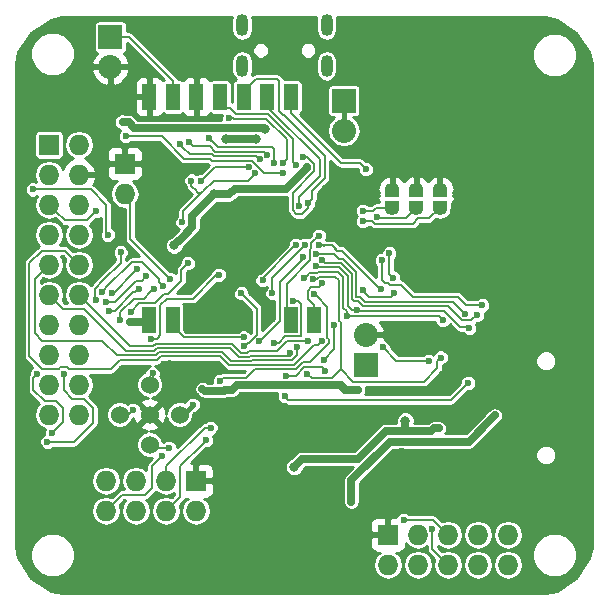
<source format=gbr>
G04 #@! TF.FileFunction,Copper,L2,Bot,Plane*
%FSLAX46Y46*%
G04 Gerber Fmt 4.6, Leading zero omitted, Abs format (unit mm)*
G04 Created by KiCad (PCBNEW 4.1.0-alpha+201606220817+6945~45~ubuntu16.04.1-product) date Mon Jul  4 22:05:49 2016*
%MOMM*%
%LPD*%
G01*
G04 APERTURE LIST*
%ADD10C,0.100000*%
%ADD11C,0.600000*%
%ADD12R,1.200000X2.200000*%
%ADD13R,2.032000X2.032000*%
%ADD14O,2.032000X2.032000*%
%ADD15O,1.727200X1.727200*%
%ADD16R,1.727200X1.727200*%
%ADD17O,1.050000X1.850000*%
%ADD18C,1.524000*%
%ADD19R,1.270000X0.600000*%
%ADD20O,1.270000X1.270000*%
%ADD21C,0.800000*%
%ADD22C,0.700000*%
%ADD23C,0.381000*%
%ADD24C,0.635000*%
%ADD25C,0.203200*%
%ADD26C,0.254000*%
G04 APERTURE END LIST*
D10*
D11*
X136200000Y-89400000D03*
D12*
X144399000Y-89773000D03*
X142399000Y-89773000D03*
X132399000Y-89773000D03*
X130399000Y-89773000D03*
X130399000Y-70873000D03*
X132399000Y-70873000D03*
X134399000Y-70873000D03*
X136399000Y-70873000D03*
X138399000Y-70873000D03*
X140399000Y-70873000D03*
X142399000Y-70873000D03*
D13*
X148742400Y-93548200D03*
D14*
X148742400Y-91008200D03*
D15*
X124460000Y-97790000D03*
X121920000Y-97790000D03*
X124460000Y-95250000D03*
X121920000Y-95250000D03*
X124460000Y-92710000D03*
X121920000Y-92710000D03*
X124460000Y-90170000D03*
X121920000Y-90170000D03*
X124460000Y-87630000D03*
X121920000Y-87630000D03*
X124460000Y-85090000D03*
X121920000Y-85090000D03*
D16*
X121920000Y-74930000D03*
D15*
X124460000Y-74930000D03*
X121920000Y-77470000D03*
X124460000Y-77470000D03*
X121920000Y-80010000D03*
X124460000Y-80010000D03*
X121920000Y-82550000D03*
X124460000Y-82550000D03*
D17*
X145427600Y-64795400D03*
X138277600Y-64795400D03*
X145427600Y-68245400D03*
X138277600Y-68245400D03*
D18*
X130434080Y-95234760D03*
D16*
X128346200Y-76530200D03*
D15*
X128346200Y-79070200D03*
D18*
X127894080Y-97769680D03*
X130434080Y-100309680D03*
X130434080Y-97769680D03*
X132974080Y-97769680D03*
D13*
X146888200Y-71196200D03*
D14*
X146888200Y-73736200D03*
D13*
X127127000Y-65786000D03*
D14*
X127127000Y-68326000D03*
D16*
X150622000Y-107950000D03*
D15*
X150622000Y-110490000D03*
X153162000Y-107950000D03*
X153162000Y-110490000D03*
X155702000Y-107950000D03*
X155702000Y-110490000D03*
X158242000Y-107950000D03*
X158242000Y-110490000D03*
X160782000Y-107950000D03*
X160782000Y-110490000D03*
X126746000Y-103378000D03*
X126746000Y-105918000D03*
X129286000Y-103378000D03*
X129286000Y-105918000D03*
X131826000Y-103378000D03*
X131826000Y-105918000D03*
D16*
X134366000Y-103378000D03*
D15*
X134366000Y-105918000D03*
D11*
X133700000Y-89600000D03*
D19*
X151000000Y-79944500D03*
X151000000Y-79055500D03*
D20*
X151000000Y-80262000D03*
X151000000Y-78738000D03*
D19*
X155000000Y-79944500D03*
X155000000Y-79055500D03*
D20*
X155000000Y-80262000D03*
X155000000Y-78738000D03*
D19*
X153000000Y-79055500D03*
X153000000Y-79944500D03*
D20*
X153000000Y-78738000D03*
X153000000Y-80262000D03*
D21*
X130600000Y-83400000D03*
X132220501Y-76920501D03*
X137870163Y-79981202D03*
X127368300Y-110274100D03*
D11*
X136321969Y-83515031D03*
D21*
X145367276Y-78641476D03*
X140487400Y-106311700D03*
X144272000Y-72580500D03*
D11*
X147726400Y-68834000D03*
X149402800Y-84226400D03*
X128124596Y-93933570D03*
X139973646Y-96089615D03*
X151818475Y-100858610D03*
X139303760Y-102529640D03*
X136639003Y-99123203D03*
X149976840Y-102682040D03*
X145992773Y-108448532D03*
X144485360Y-106055160D03*
X154000200Y-90576400D03*
X139941300Y-68237100D03*
X133654800Y-65976500D03*
X139956520Y-87866893D03*
X155194000Y-103886000D03*
X163322000Y-102997000D03*
X163449000Y-89662000D03*
X156133800Y-85006180D03*
X143068000Y-104978200D03*
X146812000Y-77597000D03*
X131699000Y-93472000D03*
X132867400Y-93454510D03*
X135636000Y-93454510D03*
X136154160Y-90622120D03*
X135032954Y-90638828D03*
D21*
X140182600Y-73609200D03*
D22*
X128168400Y-72999600D03*
D11*
X147523200Y-105156000D03*
X159664400Y-97840800D03*
X130583312Y-91329967D03*
X136309100Y-85940900D03*
X132073318Y-100596590D03*
X133685608Y-84946282D03*
X128828800Y-89103200D03*
X130686088Y-94277790D03*
X144494291Y-85193466D03*
X157518100Y-90449400D03*
X143394022Y-75929727D03*
X147976774Y-88904780D03*
X143850749Y-79868512D03*
X145066106Y-84684732D03*
X158140400Y-89331800D03*
X143524985Y-86211279D03*
X142855824Y-76658342D03*
X147127260Y-89458800D03*
X155270200Y-89763600D03*
X144270439Y-86313349D03*
X155105100Y-92938600D03*
X143098810Y-80124003D03*
X143798036Y-94343690D03*
X158610150Y-88506150D03*
X150100601Y-84695319D03*
X144534556Y-84152211D03*
X157139971Y-89244034D03*
X154389263Y-107420764D03*
X150016265Y-87173111D03*
X144805892Y-83450427D03*
X151955500Y-106680000D03*
X150745874Y-84099437D03*
X151053800Y-86207600D03*
X148755100Y-76987400D03*
X144396727Y-87554663D03*
X135229600Y-99938507D03*
X136364413Y-94951000D03*
X148476454Y-87253646D03*
X151155400Y-87477600D03*
X139714056Y-91569433D03*
X143427614Y-84452543D03*
X131483100Y-101295200D03*
X144759368Y-82613787D03*
X138448220Y-91982483D03*
X135603158Y-98890543D03*
X138206170Y-87493502D03*
X142621445Y-88185334D03*
X129021840Y-97363280D03*
X140933539Y-91705905D03*
X128409700Y-74218800D03*
X141776487Y-77301740D03*
X140416991Y-75815283D03*
X133807200Y-74726800D03*
X139748219Y-76160055D03*
X133005703Y-74852102D03*
X141747813Y-76454000D03*
X137172700Y-72669400D03*
X126898404Y-82538562D03*
X120550215Y-78710534D03*
X130806699Y-87114267D03*
X127943232Y-89792432D03*
X129515487Y-87102851D03*
X127025400Y-88988900D03*
X129400300Y-85483700D03*
X127277624Y-87481919D03*
X126733300Y-88239600D03*
X130136900Y-86067900D03*
X131562033Y-86841102D03*
X126403100Y-87414100D03*
X139399536Y-77348844D03*
X133223000Y-81483200D03*
X127989483Y-84017015D03*
X133982677Y-77950277D03*
X125909427Y-88085574D03*
X123190000Y-94361000D03*
X121793000Y-100076000D03*
X138839000Y-76846925D03*
X120891377Y-94349955D03*
X134781817Y-78031057D03*
X122174000Y-99314000D03*
X143891000Y-91506040D03*
X142355757Y-92518262D03*
X145011820Y-91543914D03*
X142954069Y-92062032D03*
X125920130Y-80518000D03*
D21*
X135864600Y-79113900D03*
X132524500Y-83452002D03*
D11*
X134101840Y-96946720D03*
X148097011Y-95664320D03*
X137419080Y-95697040D03*
X134917233Y-95572633D03*
X143764000Y-76809600D03*
X150164800Y-92087700D03*
X154058031Y-93244631D03*
X141884717Y-96232954D03*
X157409042Y-95091428D03*
X146054010Y-90218085D03*
D21*
X142692398Y-102189002D03*
X136902442Y-74421991D03*
X152091898Y-98281640D03*
X139420600Y-74422000D03*
D11*
X128740742Y-89958453D03*
X154940000Y-98937790D03*
X145171430Y-93105818D03*
X128742961Y-89955811D03*
X142030145Y-94469674D03*
X145313400Y-94056200D03*
X140995400Y-76454000D03*
X135432800Y-74371200D03*
X132150512Y-86288601D03*
X145076885Y-86631407D03*
X138425902Y-91230402D03*
X143586696Y-83375219D03*
X148500000Y-80500000D03*
X140839000Y-87503000D03*
X148500000Y-81400000D03*
X142814561Y-83398810D03*
X140000000Y-86400000D03*
X149700000Y-81000000D03*
D23*
X135211736Y-93454510D02*
X135636000Y-93454510D01*
X132189510Y-93454510D02*
X135211736Y-93454510D01*
X132080000Y-93345000D02*
X132189510Y-93454510D01*
D24*
X129153875Y-73490101D02*
X140063501Y-73490101D01*
X128168400Y-72999600D02*
X128663374Y-72999600D01*
X128663374Y-72999600D02*
X129153875Y-73490101D01*
X140063501Y-73490101D02*
X140182600Y-73609200D01*
X150774400Y-100050600D02*
X147523200Y-103301800D01*
X147523200Y-103301800D02*
X147523200Y-105156000D01*
X157480000Y-100050600D02*
X150774400Y-100050600D01*
X159364401Y-98166199D02*
X157480000Y-100050600D01*
X159664400Y-97840800D02*
X159364401Y-98140799D01*
X159364401Y-98140799D02*
X159364401Y-98166199D01*
D23*
X146888200Y-71272400D02*
X146888200Y-73812400D01*
D25*
X132399000Y-70873000D02*
X132399000Y-69519000D01*
X132399000Y-69519000D02*
X128666000Y-65786000D01*
X128666000Y-65786000D02*
X128498600Y-65786000D01*
X128498600Y-65786000D02*
X127127000Y-65786000D01*
X131007576Y-91329967D02*
X130583312Y-91329967D01*
X131056995Y-91329967D02*
X131007576Y-91329967D01*
X131316501Y-91070461D02*
X131056995Y-91329967D01*
X136309100Y-85940900D02*
X136266343Y-85983657D01*
X136266343Y-85983657D02*
X136066002Y-85983657D01*
X132073318Y-100596590D02*
X130720990Y-100596590D01*
X130720990Y-100596590D02*
X130434080Y-100309680D01*
X131881599Y-87955401D02*
X131316501Y-88520499D01*
X131316501Y-88520499D02*
X131316501Y-91070461D01*
X136066002Y-85983657D02*
X134094258Y-87955401D01*
X131316501Y-91070461D02*
X131196461Y-91190501D01*
X134094258Y-87955401D02*
X131881599Y-87955401D01*
X133685608Y-84946282D02*
X133123413Y-85508477D01*
X133123413Y-85508477D02*
X133123413Y-86421487D01*
X128828800Y-89103200D02*
X129578100Y-88353900D01*
X131699000Y-87545732D02*
X131999168Y-87545732D01*
X130890832Y-88353900D02*
X131699000Y-87545732D01*
X129578100Y-88353900D02*
X130890832Y-88353900D01*
X131999168Y-87545732D02*
X133123413Y-86421487D01*
X130434080Y-95234760D02*
X130686088Y-94982752D01*
X130686088Y-94982752D02*
X130686088Y-94702054D01*
X130686088Y-94702054D02*
X130686088Y-94277790D01*
X147211222Y-86005404D02*
X146494596Y-85288778D01*
X147552510Y-88904780D02*
X147211222Y-88563492D01*
X144589603Y-85288778D02*
X144494291Y-85193466D01*
X146494596Y-85288778D02*
X144589603Y-85288778D01*
X147211222Y-88563492D02*
X147211222Y-86005404D01*
X147976774Y-88904780D02*
X147552510Y-88904780D01*
X142544800Y-80454500D02*
X142544800Y-78984708D01*
X143371525Y-80772000D02*
X142862300Y-80772000D01*
X142544800Y-80454500D02*
X142862300Y-80772000D01*
X157178201Y-90352045D02*
X157420745Y-90352045D01*
X157420745Y-90352045D02*
X157518100Y-90449400D01*
X143850749Y-79868512D02*
X143850749Y-80292776D01*
X143850749Y-80292776D02*
X143371525Y-80772000D01*
X142544800Y-78984708D02*
X144386309Y-77143198D01*
X144386309Y-77143198D02*
X144386309Y-76627660D01*
X144386309Y-76627660D02*
X144348395Y-76589746D01*
X144348395Y-76589746D02*
X143764206Y-75929727D01*
X143764206Y-75929727D02*
X143394022Y-75929727D01*
X138399000Y-70373000D02*
X138399000Y-70873000D01*
X139430000Y-69342000D02*
X138399000Y-70373000D01*
X141236700Y-69342000D02*
X139430000Y-69342000D01*
X141770100Y-72377300D02*
X141427200Y-72034400D01*
X141782800Y-72377300D02*
X141770100Y-72377300D01*
X141427200Y-69532500D02*
X141236700Y-69342000D01*
X145270522Y-75865022D02*
X141782800Y-72377300D01*
X144195811Y-79523450D02*
X144195811Y-78816189D01*
X145270522Y-77741478D02*
X145270522Y-75865022D01*
X144195811Y-78816189D02*
X145270522Y-77741478D01*
X143850749Y-79868512D02*
X144195811Y-79523450D01*
X141427200Y-72034400D02*
X141427200Y-69532500D01*
X156753937Y-90352045D02*
X157178201Y-90352045D01*
X155386439Y-88984547D02*
X156753937Y-90352045D01*
X148056541Y-88984547D02*
X155386439Y-88984547D01*
X147976774Y-88904780D02*
X148056541Y-88984547D01*
X158140400Y-89331800D02*
X157674165Y-89798035D01*
X157674165Y-89798035D02*
X156874050Y-89798035D01*
X156874050Y-89798035D02*
X155671193Y-88595178D01*
X155671193Y-88595178D02*
X148495500Y-88595178D01*
X147566833Y-85858106D02*
X146641894Y-84933167D01*
X148495500Y-88595178D02*
X148079478Y-88179156D01*
X148079478Y-88179156D02*
X147745989Y-88179156D01*
X147745989Y-88179156D02*
X147566833Y-88000000D01*
X147566833Y-88000000D02*
X147566833Y-85858106D01*
X145314541Y-84933167D02*
X145066106Y-84684732D01*
X146641894Y-84933167D02*
X145314541Y-84933167D01*
X145066106Y-84712221D02*
X145066106Y-84684732D01*
X145136154Y-84782269D02*
X145066106Y-84712221D01*
X144437744Y-85759347D02*
X144300000Y-85759347D01*
X144626114Y-85759347D02*
X144437744Y-85759347D01*
X146855611Y-86152702D02*
X146424704Y-85721795D01*
X147127260Y-89458800D02*
X147127260Y-89034536D01*
X144663666Y-85721795D02*
X144626114Y-85759347D01*
X146855611Y-88762887D02*
X146855611Y-86152702D01*
X147127260Y-89034536D02*
X146855611Y-88762887D01*
X146424704Y-85721795D02*
X144663666Y-85721795D01*
X144536207Y-85759347D02*
X144300000Y-85759347D01*
X144300000Y-85759347D02*
X143976917Y-85759347D01*
X143824984Y-85911280D02*
X143524985Y-86211279D01*
X143976917Y-85759347D02*
X143824984Y-85911280D01*
X142555825Y-76358343D02*
X142855824Y-76658342D01*
X137757331Y-72299578D02*
X140427808Y-72299578D01*
X137230753Y-71773000D02*
X137757331Y-72299578D01*
X136399000Y-71773000D02*
X137230753Y-71773000D01*
X142555825Y-74427595D02*
X142555825Y-76358343D01*
X140427808Y-72299578D02*
X142555825Y-74427595D01*
X154965400Y-89458800D02*
X147551524Y-89458800D01*
X147551524Y-89458800D02*
X147127260Y-89458800D01*
X155270200Y-89763600D02*
X154965400Y-89458800D01*
X146500000Y-86400000D02*
X146500000Y-89844151D01*
X144575021Y-86313349D02*
X144810964Y-86077406D01*
X146177406Y-86077406D02*
X146500000Y-86400000D01*
X144270439Y-86313349D02*
X144575021Y-86313349D01*
X144810964Y-86077406D02*
X146177406Y-86077406D01*
X146500000Y-89844151D02*
X146621500Y-89965651D01*
X146621500Y-89965651D02*
X146621500Y-93535500D01*
X154805101Y-93860899D02*
X153696972Y-94969028D01*
X153696972Y-94969028D02*
X147674026Y-94969028D01*
X155105100Y-92938600D02*
X154805101Y-93238599D01*
X154805101Y-93238599D02*
X154805101Y-93860899D01*
X144864113Y-76163481D02*
X144864113Y-77563687D01*
X140473632Y-71773000D02*
X144864113Y-76163481D01*
X143098810Y-79699739D02*
X143098810Y-80124003D01*
X143098810Y-79328990D02*
X143098810Y-79699739D01*
X140399000Y-71773000D02*
X140473632Y-71773000D01*
X144864113Y-77563687D02*
X143098810Y-79328990D01*
X143798036Y-94343690D02*
X144149308Y-94694962D01*
X144149308Y-94694962D02*
X145843040Y-94694962D01*
X145843040Y-94694962D02*
X146621500Y-93916502D01*
X146621500Y-93726000D02*
X146621500Y-93535500D01*
X147674026Y-94969028D02*
X146621500Y-93916502D01*
X146621500Y-93916502D02*
X146621500Y-93535500D01*
X150100601Y-84695319D02*
X150100601Y-86346601D01*
X150100601Y-86346601D02*
X150406100Y-86652100D01*
X150406100Y-86652100D02*
X150603194Y-86652100D01*
X150603194Y-86652100D02*
X150763495Y-86812401D01*
X150763495Y-86812401D02*
X151747501Y-86812401D01*
X152717500Y-87782400D02*
X156514800Y-87782400D01*
X151747501Y-86812401D02*
X152717500Y-87782400D01*
X156514800Y-87782400D02*
X157238550Y-88506150D01*
X157238550Y-88506150D02*
X158610150Y-88506150D01*
X148262697Y-87798145D02*
X147922444Y-87798145D01*
X157139971Y-89244034D02*
X156110104Y-88214167D01*
X147922444Y-85710808D02*
X146789192Y-84577556D01*
X146042366Y-84130730D02*
X144556037Y-84130730D01*
X147922444Y-87798145D02*
X147922444Y-85710808D01*
X148678719Y-88214167D02*
X148262697Y-87798145D01*
X156110104Y-88214167D02*
X148678719Y-88214167D01*
X146789192Y-84577556D02*
X146489192Y-84577556D01*
X146489192Y-84577556D02*
X146042366Y-84130730D01*
X144556037Y-84130730D02*
X144534556Y-84152211D01*
X154389263Y-107845028D02*
X154389263Y-107420764D01*
X155702000Y-110490000D02*
X154389263Y-109177263D01*
X154389263Y-109177263D02*
X154389263Y-107845028D01*
X149716266Y-86873112D02*
X150016265Y-87173111D01*
X146342100Y-83896822D02*
X146739976Y-83896822D01*
X146739976Y-83896822D02*
X149716266Y-86873112D01*
X145240537Y-83462573D02*
X145240537Y-83460808D01*
X145895705Y-83450427D02*
X145230156Y-83450427D01*
X146342100Y-83896822D02*
X145895705Y-83450427D01*
X145240537Y-83460808D02*
X145230156Y-83450427D01*
X145230156Y-83450427D02*
X144805892Y-83450427D01*
X146138278Y-83693000D02*
X146342100Y-83896822D01*
X151955500Y-106680000D02*
X154432000Y-106680000D01*
X154432000Y-106680000D02*
X155702000Y-107950000D01*
X150745874Y-84099437D02*
X150745874Y-85899674D01*
X150745874Y-85899674D02*
X151053800Y-86207600D01*
X142399000Y-72227000D02*
X146634200Y-76462200D01*
X146634200Y-76462200D02*
X148229900Y-76462200D01*
X148229900Y-76462200D02*
X148755100Y-76987400D01*
X142399000Y-70873000D02*
X142399000Y-72227000D01*
X136664412Y-94651001D02*
X138609546Y-94651001D01*
X143463715Y-93294189D02*
X144045048Y-93294189D01*
X136364413Y-94951000D02*
X136664412Y-94651001D01*
X138609546Y-94651001D02*
X139344874Y-93915673D01*
X142842231Y-93915673D02*
X143463715Y-93294189D01*
X139344874Y-93915673D02*
X142842231Y-93915673D01*
X144045048Y-93294189D02*
X145641328Y-91697909D01*
X145500000Y-91244061D02*
X145500000Y-88657936D01*
X145641328Y-91385389D02*
X145500000Y-91244061D01*
X145500000Y-88657936D02*
X144696726Y-87854662D01*
X145641328Y-91697909D02*
X145641328Y-91385389D01*
X144696726Y-87854662D02*
X144396727Y-87554663D01*
X134929601Y-100238506D02*
X135229600Y-99938507D01*
X133019801Y-102148306D02*
X134929601Y-100238506D01*
X131826000Y-105918000D02*
X133019801Y-104724199D01*
X133019801Y-104724199D02*
X133019801Y-102148306D01*
X150855401Y-87777599D02*
X149000407Y-87777599D01*
X151155400Y-87477600D02*
X150855401Y-87777599D01*
X148776453Y-87553645D02*
X148476454Y-87253646D01*
X149000407Y-87777599D02*
X148776453Y-87553645D01*
X140014055Y-91269434D02*
X139714056Y-91569433D01*
X141443801Y-86545499D02*
X141443801Y-89839688D01*
X141443801Y-89839688D02*
X140014055Y-91269434D01*
X143395150Y-84594150D02*
X141443801Y-86545499D01*
X131379935Y-101377712D02*
X131400588Y-101377712D01*
X131400588Y-101377712D02*
X131483100Y-101295200D01*
X130647439Y-102110208D02*
X131379935Y-101377712D01*
X130647439Y-103943710D02*
X130647439Y-102110208D01*
X130034588Y-104556561D02*
X130647439Y-103943710D01*
X128107439Y-104556561D02*
X130034588Y-104556561D01*
X126746000Y-105918000D02*
X128107439Y-104556561D01*
X144045991Y-84714458D02*
X144045991Y-84483568D01*
X144045991Y-84483568D02*
X143980555Y-84418132D01*
X142399000Y-89773000D02*
X142067443Y-89441443D01*
X142067443Y-86693006D02*
X144045991Y-84714458D01*
X143980555Y-83801284D02*
X144140698Y-83641141D01*
X142067443Y-89441443D02*
X142067443Y-86693006D01*
X144459369Y-82913786D02*
X144759368Y-82613787D01*
X144140698Y-83232457D02*
X144459369Y-82913786D01*
X143980555Y-84418132D02*
X143980555Y-83801284D01*
X144140698Y-83641141D02*
X144140698Y-83232457D01*
X138817516Y-91682484D02*
X139500000Y-91000000D01*
X139500000Y-91000000D02*
X139500000Y-90500000D01*
X139500000Y-88787332D02*
X139500000Y-90500000D01*
X139500000Y-90500000D02*
X139500000Y-90800000D01*
X138448220Y-91982483D02*
X138748219Y-91682484D01*
X138748219Y-91682484D02*
X138817516Y-91682484D01*
X138206170Y-87493502D02*
X139500000Y-88787332D01*
X135603158Y-98890543D02*
X135092143Y-98890543D01*
X135092143Y-98890543D02*
X131826000Y-102156686D01*
X131826000Y-102156686D02*
X131826000Y-103378000D01*
X132334000Y-102870000D02*
X131826000Y-103378000D01*
X141936707Y-91127001D02*
X143202201Y-91127001D01*
X143253001Y-91076201D02*
X143253001Y-88392626D01*
X143045709Y-88185334D02*
X142621445Y-88185334D01*
X143253001Y-88392626D02*
X143045709Y-88185334D01*
X143202201Y-91127001D02*
X143253001Y-91076201D01*
X141357803Y-91705905D02*
X141936707Y-91127001D01*
X140933539Y-91705905D02*
X141357803Y-91705905D01*
X127894080Y-97769680D02*
X128615440Y-97769680D01*
X128615440Y-97769680D02*
X129021840Y-97363280D01*
X128409700Y-74218800D02*
X128833964Y-74218800D01*
X139084162Y-76282534D02*
X139504035Y-76702407D01*
X128833964Y-74218800D02*
X128872064Y-74180700D01*
X128872064Y-74180700D02*
X131457700Y-74180700D01*
X131457700Y-74180700D02*
X133385597Y-76108597D01*
X133385597Y-76108597D02*
X135553707Y-76108597D01*
X135553707Y-76108597D02*
X135727644Y-76282534D01*
X135727644Y-76282534D02*
X139084162Y-76282534D01*
X139504035Y-76702407D02*
X139541607Y-76702407D01*
X139541607Y-76702407D02*
X140140940Y-77301740D01*
X140140940Y-77301740D02*
X141352223Y-77301740D01*
X141352223Y-77301740D02*
X141776487Y-77301740D01*
X136002134Y-75515284D02*
X140116992Y-75515284D01*
X135513649Y-75026799D02*
X136002134Y-75515284D01*
X134107199Y-75026799D02*
X135513649Y-75026799D01*
X140116992Y-75515284D02*
X140416991Y-75815283D01*
X133807200Y-74726800D02*
X134107199Y-75026799D01*
X133299200Y-75158600D02*
X133005703Y-74865103D01*
X133005703Y-74865103D02*
X133005703Y-74852102D01*
X139489687Y-75901523D02*
X139748219Y-76160055D01*
X135711526Y-75727586D02*
X135885463Y-75901523D01*
X133299200Y-75158600D02*
X133868186Y-75727586D01*
X135885463Y-75901523D02*
X139489687Y-75901523D01*
X133868186Y-75727586D02*
X135711526Y-75727586D01*
X133477032Y-75336432D02*
X133299200Y-75158600D01*
X142047812Y-76154001D02*
X141747813Y-76454000D01*
X142031999Y-75971400D02*
X142047812Y-75987213D01*
X142047812Y-75987213D02*
X142047812Y-76154001D01*
X137172700Y-72669400D02*
X137183889Y-72680589D01*
X140259468Y-72705988D02*
X142031999Y-74442599D01*
X137183889Y-72680589D02*
X137563592Y-72680589D01*
X137563592Y-72680589D02*
X137588991Y-72705988D01*
X137588991Y-72705988D02*
X140259468Y-72705988D01*
X142031999Y-75971400D02*
X142031999Y-75172077D01*
X142031999Y-74442599D02*
X142031999Y-75971400D01*
X126774139Y-80038139D02*
X126774139Y-82414297D01*
X120550215Y-78710534D02*
X125446534Y-78710534D01*
X125446534Y-78710534D02*
X126774139Y-80038139D01*
X126774139Y-82414297D02*
X126898404Y-82538562D01*
X129974246Y-87946720D02*
X130506700Y-87414266D01*
X129096280Y-87946720D02*
X129974246Y-87946720D01*
X127943232Y-89099768D02*
X129096280Y-87946720D01*
X127943232Y-89792432D02*
X127943232Y-89099768D01*
X130506700Y-87414266D02*
X130806699Y-87114267D01*
X127479349Y-88988900D02*
X129065399Y-87402850D01*
X129215488Y-87402850D02*
X129515487Y-87102851D01*
X129065399Y-87402850D02*
X129215488Y-87402850D01*
X127025400Y-88988900D02*
X127479349Y-88988900D01*
X129159000Y-85725000D02*
X129400300Y-85483700D01*
X129159000Y-85725000D02*
X127402081Y-87481919D01*
X127402081Y-87481919D02*
X127277624Y-87481919D01*
X127272839Y-88236651D02*
X126736249Y-88236651D01*
X126736249Y-88236651D02*
X126733300Y-88239600D01*
X129297737Y-86423904D02*
X129780896Y-86423904D01*
X129780896Y-86423904D02*
X130136900Y-86067900D01*
X129297737Y-86423904D02*
X127484990Y-88236651D01*
X127484990Y-88236651D02*
X127272839Y-88236651D01*
X131262034Y-86541103D02*
X131562033Y-86841102D01*
X129802805Y-84836000D02*
X131262034Y-86295229D01*
X128959739Y-84836000D02*
X129802805Y-84836000D01*
X126703099Y-87092640D02*
X128959739Y-84836000D01*
X126703099Y-87114101D02*
X126703099Y-87092640D01*
X126403100Y-87414100D02*
X126703099Y-87114101D01*
X131262034Y-86295229D02*
X131262034Y-86541103D01*
X133253190Y-80570220D02*
X134708900Y-79114510D01*
X134708900Y-79114510D02*
X134950200Y-78873210D01*
X134481346Y-78873210D02*
X134481346Y-78886956D01*
X134481346Y-78886956D02*
X134708900Y-79114510D01*
X139099537Y-77648843D02*
X139399536Y-77348844D01*
X135853312Y-77970098D02*
X138778282Y-77970098D01*
X134950200Y-78873210D02*
X135853312Y-77970098D01*
X138778282Y-77970098D02*
X139099537Y-77648843D01*
X133223000Y-81483200D02*
X133253190Y-81453010D01*
X133253190Y-81453010D02*
X133253190Y-80570220D01*
X123190000Y-94361000D02*
X123190000Y-95728030D01*
X123190000Y-95728030D02*
X123893071Y-96431101D01*
X124849131Y-96431101D02*
X125641101Y-97223071D01*
X123893071Y-96431101D02*
X124849131Y-96431101D01*
X125641101Y-97223071D02*
X125641101Y-98497832D01*
X125641101Y-98497832D02*
X124062933Y-100076000D01*
X124062933Y-100076000D02*
X121793000Y-100076000D01*
X125798298Y-87102335D02*
X126502533Y-86398100D01*
X125798298Y-87974445D02*
X125798298Y-87102335D01*
X125909427Y-88085574D02*
X125798298Y-87974445D01*
X126502533Y-86398100D02*
X126504700Y-86398100D01*
X126504700Y-86398100D02*
X127989483Y-84913317D01*
X127989483Y-84913317D02*
X127989483Y-84017015D01*
X126502533Y-86398100D02*
X126580900Y-86319733D01*
X126580900Y-86319733D02*
X126744652Y-86155981D01*
X126580900Y-86319733D02*
X126583067Y-86319733D01*
X134481346Y-78873210D02*
X133982677Y-78374541D01*
X133982677Y-78374541D02*
X133982677Y-77950277D01*
X134010400Y-77978000D02*
X133982677Y-77950277D01*
X120900935Y-94358318D02*
X120600936Y-94658317D01*
X120600936Y-95660170D02*
X121562365Y-96621599D01*
X120600936Y-94658317D02*
X120600936Y-95660170D01*
X121562365Y-96621599D02*
X122499629Y-96621599D01*
X123101101Y-98386899D02*
X122174000Y-99314000D01*
X122499629Y-96621599D02*
X123101101Y-97223071D01*
X123101101Y-97223071D02*
X123101101Y-98386899D01*
X135081816Y-77731058D02*
X134781817Y-78031057D01*
X138849381Y-76836544D02*
X135976330Y-76836544D01*
X135976330Y-76836544D02*
X135081816Y-77731058D01*
X141197894Y-92398782D02*
X142088664Y-91508012D01*
X130725750Y-91968601D02*
X130943185Y-91751166D01*
X142088664Y-91508012D02*
X143545560Y-91508012D01*
X138714141Y-92536484D02*
X138851843Y-92398782D01*
X138182299Y-92536484D02*
X138714141Y-92536484D01*
X137396981Y-91751166D02*
X138182299Y-92536484D01*
X128798601Y-91968601D02*
X130725750Y-91968601D01*
X138851843Y-92398782D02*
X141197894Y-92398782D01*
X130943185Y-91751166D02*
X137396981Y-91751166D01*
X124460000Y-87630000D02*
X128798601Y-91968601D01*
X143545560Y-91508012D02*
X143688982Y-91508012D01*
X143891000Y-91506040D02*
X143889028Y-91508012D01*
X143889028Y-91508012D02*
X143545560Y-91508012D01*
X131090483Y-92106777D02*
X130847648Y-92349612D01*
X142367025Y-92771649D02*
X138981885Y-92771649D01*
X130847648Y-92349612D02*
X128406438Y-92349612D01*
X128406438Y-92349612D02*
X124880627Y-88823801D01*
X137249683Y-92106777D02*
X131090483Y-92106777D01*
X138035001Y-92892095D02*
X137249683Y-92106777D01*
X124880627Y-88823801D02*
X123113801Y-88823801D01*
X138861439Y-92892095D02*
X138035001Y-92892095D01*
X138981885Y-92771649D02*
X138861439Y-92892095D01*
X122783599Y-88493599D02*
X121920000Y-87630000D01*
X123113801Y-88823801D02*
X122783599Y-88493599D01*
X142367025Y-92529530D02*
X142355757Y-92518262D01*
X142367025Y-92771649D02*
X142367025Y-92529530D01*
X142367025Y-92771649D02*
X142369766Y-92771649D01*
X123266199Y-83896199D02*
X123596401Y-84226401D01*
X120268989Y-92825815D02*
X120268989Y-84974185D01*
X122733297Y-93903801D02*
X121346975Y-93903801D01*
X131066045Y-93137033D02*
X127944416Y-93137033D01*
X123486401Y-93743499D02*
X122893599Y-93743499D01*
X127177648Y-93903801D02*
X123646703Y-93903801D01*
X123646703Y-93903801D02*
X123486401Y-93743499D01*
X127944416Y-93137033D02*
X127177648Y-93903801D01*
X145011820Y-91543914D02*
X144711821Y-91843913D01*
X139217537Y-93541815D02*
X139156035Y-93603317D01*
X123596401Y-84226401D02*
X124460000Y-85090000D01*
X136403901Y-92817999D02*
X131385080Y-92817999D01*
X120268989Y-84974185D02*
X121346975Y-83896199D01*
X131385080Y-92817999D02*
X131066045Y-93137033D01*
X121346975Y-93903801D02*
X120268989Y-92825815D01*
X144711821Y-91843913D02*
X144375161Y-91843913D01*
X121346975Y-83896199D02*
X123266199Y-83896199D01*
X122893599Y-93743499D02*
X122733297Y-93903801D01*
X137189219Y-93603317D02*
X136403901Y-92817999D01*
X144375161Y-91843913D02*
X142677259Y-93541815D01*
X139156035Y-93603317D02*
X137189219Y-93603317D01*
X142677259Y-93541815D02*
X139217537Y-93541815D01*
X120726199Y-90895423D02*
X120726199Y-86283801D01*
X120726199Y-86283801D02*
X121056401Y-85953599D01*
X126432239Y-91516199D02*
X121346975Y-91516199D01*
X121056401Y-85953599D02*
X121920000Y-85090000D01*
X121346975Y-91516199D02*
X120726199Y-90895423D01*
X136587120Y-92462388D02*
X131237781Y-92462388D01*
X127646663Y-92730623D02*
X126432239Y-91516199D01*
X139008737Y-93247706D02*
X137372438Y-93247706D01*
X131237781Y-92462388D02*
X130969547Y-92730623D01*
X139095639Y-93160804D02*
X139008737Y-93247706D01*
X130969547Y-92730623D02*
X127646663Y-92730623D01*
X142954069Y-92726175D02*
X142519440Y-93160804D01*
X137372438Y-93247706D02*
X136587120Y-92462388D01*
X142519440Y-93160804D02*
X139095639Y-93160804D01*
X142954069Y-92062032D02*
X142954069Y-92726175D01*
X125920130Y-80518000D02*
X125107330Y-81330800D01*
X123240800Y-81330800D02*
X122555000Y-80645000D01*
X125107330Y-81330800D02*
X123240800Y-81330800D01*
X122555000Y-80645000D02*
X121920000Y-80010000D01*
D24*
X137419080Y-95697040D02*
X137834515Y-95281605D01*
X137834515Y-95281605D02*
X146632485Y-95281605D01*
X146632485Y-95281605D02*
X147015200Y-95664320D01*
X147015200Y-95664320D02*
X148097011Y-95664320D01*
X143764000Y-76809600D02*
X143764000Y-76885429D01*
X143764000Y-76885429D02*
X142022828Y-78626601D01*
X137194402Y-79113900D02*
X135864600Y-79113900D01*
X142022828Y-78626601D02*
X137681701Y-78626601D01*
X137681701Y-78626601D02*
X137194402Y-79113900D01*
X133235700Y-82740802D02*
X132524500Y-83452002D01*
X135864600Y-79113900D02*
X134061200Y-80917300D01*
X134061200Y-80917300D02*
X134061200Y-81915302D01*
X134061200Y-81915302D02*
X133235700Y-82740802D01*
X137419080Y-95697040D02*
X136814215Y-95697040D01*
X136814215Y-95697040D02*
X136752254Y-95759001D01*
X136752254Y-95759001D02*
X135103601Y-95759001D01*
X135103601Y-95759001D02*
X134917233Y-95572633D01*
D23*
X132974080Y-97769680D02*
X133278880Y-97769680D01*
X133278880Y-97769680D02*
X134101840Y-96946720D01*
D25*
X150164800Y-92087700D02*
X151321731Y-93244631D01*
X151321731Y-93244631D02*
X154058031Y-93244631D01*
X155967517Y-96532953D02*
X142184716Y-96532953D01*
X142184716Y-96532953D02*
X141884717Y-96232954D01*
X157409042Y-95091428D02*
X155967517Y-96532953D01*
X146054010Y-90642349D02*
X146054010Y-90218085D01*
X146054010Y-92223238D02*
X146054010Y-90642349D01*
X145171430Y-93105818D02*
X146054010Y-92223238D01*
D24*
X152298400Y-99161600D02*
X150418800Y-99161600D01*
X150418800Y-99161600D02*
X148069300Y-101511100D01*
X148069300Y-101511100D02*
X143370300Y-101511100D01*
X143370300Y-101511100D02*
X142692398Y-102189002D01*
X139420600Y-74422000D02*
X136902451Y-74422000D01*
X136902451Y-74422000D02*
X136902442Y-74421991D01*
X154291926Y-99161600D02*
X152298400Y-99161600D01*
X152091898Y-98281640D02*
X152091898Y-98955098D01*
X152091898Y-98955098D02*
X152298400Y-99161600D01*
X154940000Y-98937790D02*
X154515736Y-98937790D01*
X154515736Y-98937790D02*
X154291926Y-99161600D01*
X128740742Y-89958453D02*
X130213547Y-89958453D01*
X130213547Y-89958453D02*
X130399000Y-89773000D01*
D25*
X145313400Y-94056200D02*
X145013401Y-93756201D01*
X142827060Y-94469674D02*
X142454409Y-94469674D01*
X143540533Y-93756201D02*
X142827060Y-94469674D01*
X145013401Y-93756201D02*
X143540533Y-93756201D01*
X142454409Y-94469674D02*
X142030145Y-94469674D01*
X140995400Y-76454000D02*
X140995400Y-75300476D01*
X136201101Y-75139501D02*
X135432800Y-74371200D01*
X140834425Y-75139501D02*
X136201101Y-75139501D01*
X140995400Y-75300476D02*
X140834425Y-75139501D01*
X135636010Y-74574410D02*
X135432800Y-74371200D01*
X128803400Y-82941489D02*
X131850513Y-85988602D01*
X131850513Y-85988602D02*
X132150512Y-86288601D01*
X128803400Y-78968600D02*
X128803400Y-82941489D01*
X144130806Y-87000662D02*
X143842726Y-87288742D01*
X143842726Y-87288742D02*
X143842726Y-87942726D01*
X143842726Y-87942726D02*
X144399000Y-88499000D01*
X144399000Y-88499000D02*
X144399000Y-89773000D01*
X144130806Y-87000662D02*
X144707630Y-87000662D01*
X144707630Y-87000662D02*
X144776886Y-86931406D01*
X144776886Y-86931406D02*
X145076885Y-86631407D01*
X144199337Y-87000662D02*
X144200000Y-86999999D01*
X144130806Y-87000662D02*
X144199337Y-87000662D01*
X138425902Y-91230402D02*
X133356402Y-91230402D01*
X133356402Y-91230402D02*
X132399000Y-90273000D01*
X132399000Y-90273000D02*
X132399000Y-89773000D01*
X149600000Y-80262000D02*
X151000000Y-80262000D01*
X148500000Y-80500000D02*
X149362000Y-80500000D01*
X149362000Y-80500000D02*
X149600000Y-80262000D01*
X140839000Y-86180922D02*
X143586696Y-83433226D01*
X143586696Y-83433226D02*
X143586696Y-83375219D01*
X140839000Y-87503000D02*
X140839000Y-86180922D01*
X153148999Y-81151001D02*
X154110999Y-81151001D01*
X154110999Y-81151001D02*
X155000000Y-80262000D01*
X149500000Y-81600000D02*
X152700000Y-81600000D01*
X152700000Y-81600000D02*
X153148999Y-81151001D01*
X148500000Y-81400000D02*
X149300000Y-81400000D01*
X149300000Y-81400000D02*
X149500000Y-81600000D01*
X142514562Y-83698809D02*
X142814561Y-83398810D01*
X142513371Y-83700000D02*
X142514562Y-83698809D01*
X142500000Y-83700000D02*
X142513371Y-83700000D01*
X142600000Y-83600000D02*
X142500000Y-83700000D01*
X142500000Y-83700000D02*
X140000000Y-86200000D01*
X140000000Y-86200000D02*
X140000000Y-86400000D01*
X153000000Y-80262000D02*
X152110999Y-81151001D01*
X152110999Y-81151001D02*
X149851001Y-81151001D01*
X149851001Y-81151001D02*
X149700000Y-81000000D01*
D26*
G36*
X137371600Y-64369814D02*
X137371600Y-65220986D01*
X137440565Y-65567697D01*
X137636961Y-65861625D01*
X137930889Y-66058021D01*
X138277600Y-66126986D01*
X138624311Y-66058021D01*
X138918239Y-65861625D01*
X139114635Y-65567697D01*
X139183600Y-65220986D01*
X139183600Y-64369814D01*
X139135301Y-64127000D01*
X144569899Y-64127000D01*
X144521600Y-64369814D01*
X144521600Y-65220986D01*
X144590565Y-65567697D01*
X144786961Y-65861625D01*
X145080889Y-66058021D01*
X145427600Y-66126986D01*
X145774311Y-66058021D01*
X146068239Y-65861625D01*
X146264635Y-65567697D01*
X146333600Y-65220986D01*
X146333600Y-64369814D01*
X146285301Y-64127000D01*
X163942909Y-64127000D01*
X164936591Y-64324656D01*
X166578353Y-65421647D01*
X167675344Y-67063409D01*
X167873000Y-68057091D01*
X167873000Y-108942909D01*
X167675344Y-109936591D01*
X166578353Y-111578353D01*
X164936591Y-112675344D01*
X163942909Y-112873000D01*
X123057091Y-112873000D01*
X122063409Y-112675344D01*
X120421647Y-111578353D01*
X119386411Y-110029013D01*
X120327674Y-110029013D01*
X120613436Y-110720609D01*
X121142108Y-111250204D01*
X121833204Y-111537173D01*
X122581513Y-111537826D01*
X123273109Y-111252064D01*
X123802704Y-110723392D01*
X124089673Y-110032296D01*
X124090326Y-109283987D01*
X123804564Y-108592391D01*
X123448545Y-108235750D01*
X149123400Y-108235750D01*
X149123400Y-108939910D01*
X149220073Y-109173299D01*
X149398702Y-109351927D01*
X149632091Y-109448600D01*
X149959007Y-109448600D01*
X149717552Y-109609935D01*
X149447757Y-110013712D01*
X149353017Y-110490000D01*
X149447757Y-110966288D01*
X149717552Y-111370065D01*
X150121329Y-111639860D01*
X150597617Y-111734600D01*
X150646383Y-111734600D01*
X151122671Y-111639860D01*
X151526448Y-111370065D01*
X151796243Y-110966288D01*
X151890983Y-110490000D01*
X151893017Y-110490000D01*
X151987757Y-110966288D01*
X152257552Y-111370065D01*
X152661329Y-111639860D01*
X153137617Y-111734600D01*
X153186383Y-111734600D01*
X153662671Y-111639860D01*
X154066448Y-111370065D01*
X154336243Y-110966288D01*
X154430983Y-110490000D01*
X154336243Y-110013712D01*
X154066448Y-109609935D01*
X153662671Y-109340140D01*
X153186383Y-109245400D01*
X153137617Y-109245400D01*
X152661329Y-109340140D01*
X152257552Y-109609935D01*
X151987757Y-110013712D01*
X151893017Y-110490000D01*
X151890983Y-110490000D01*
X151796243Y-110013712D01*
X151526448Y-109609935D01*
X151284993Y-109448600D01*
X151611909Y-109448600D01*
X151845298Y-109351927D01*
X152023927Y-109173299D01*
X152120600Y-108939910D01*
X152120600Y-108625102D01*
X152257552Y-108830065D01*
X152661329Y-109099860D01*
X153137617Y-109194600D01*
X153186383Y-109194600D01*
X153662671Y-109099860D01*
X153906663Y-108936830D01*
X153906663Y-109177263D01*
X153943399Y-109361946D01*
X154048013Y-109518513D01*
X154533948Y-110004447D01*
X154527757Y-110013712D01*
X154433017Y-110490000D01*
X154527757Y-110966288D01*
X154797552Y-111370065D01*
X155201329Y-111639860D01*
X155677617Y-111734600D01*
X155726383Y-111734600D01*
X156202671Y-111639860D01*
X156606448Y-111370065D01*
X156876243Y-110966288D01*
X156970983Y-110490000D01*
X156973017Y-110490000D01*
X157067757Y-110966288D01*
X157337552Y-111370065D01*
X157741329Y-111639860D01*
X158217617Y-111734600D01*
X158266383Y-111734600D01*
X158742671Y-111639860D01*
X159146448Y-111370065D01*
X159416243Y-110966288D01*
X159510983Y-110490000D01*
X159513017Y-110490000D01*
X159607757Y-110966288D01*
X159877552Y-111370065D01*
X160281329Y-111639860D01*
X160757617Y-111734600D01*
X160806383Y-111734600D01*
X161282671Y-111639860D01*
X161686448Y-111370065D01*
X161956243Y-110966288D01*
X162050983Y-110490000D01*
X161959287Y-110029013D01*
X162829674Y-110029013D01*
X163115436Y-110720609D01*
X163644108Y-111250204D01*
X164335204Y-111537173D01*
X165083513Y-111537826D01*
X165775109Y-111252064D01*
X166304704Y-110723392D01*
X166591673Y-110032296D01*
X166592326Y-109283987D01*
X166306564Y-108592391D01*
X165777892Y-108062796D01*
X165086796Y-107775827D01*
X164338487Y-107775174D01*
X163646891Y-108060936D01*
X163117296Y-108589608D01*
X162830327Y-109280704D01*
X162829674Y-110029013D01*
X161959287Y-110029013D01*
X161956243Y-110013712D01*
X161686448Y-109609935D01*
X161282671Y-109340140D01*
X160806383Y-109245400D01*
X160757617Y-109245400D01*
X160281329Y-109340140D01*
X159877552Y-109609935D01*
X159607757Y-110013712D01*
X159513017Y-110490000D01*
X159510983Y-110490000D01*
X159416243Y-110013712D01*
X159146448Y-109609935D01*
X158742671Y-109340140D01*
X158266383Y-109245400D01*
X158217617Y-109245400D01*
X157741329Y-109340140D01*
X157337552Y-109609935D01*
X157067757Y-110013712D01*
X156973017Y-110490000D01*
X156970983Y-110490000D01*
X156876243Y-110013712D01*
X156606448Y-109609935D01*
X156202671Y-109340140D01*
X155726383Y-109245400D01*
X155677617Y-109245400D01*
X155229113Y-109334613D01*
X154871863Y-108977363D01*
X154871863Y-108879718D01*
X155201329Y-109099860D01*
X155677617Y-109194600D01*
X155726383Y-109194600D01*
X156202671Y-109099860D01*
X156606448Y-108830065D01*
X156876243Y-108426288D01*
X156970983Y-107950000D01*
X156973017Y-107950000D01*
X157067757Y-108426288D01*
X157337552Y-108830065D01*
X157741329Y-109099860D01*
X158217617Y-109194600D01*
X158266383Y-109194600D01*
X158742671Y-109099860D01*
X159146448Y-108830065D01*
X159416243Y-108426288D01*
X159510983Y-107950000D01*
X159513017Y-107950000D01*
X159607757Y-108426288D01*
X159877552Y-108830065D01*
X160281329Y-109099860D01*
X160757617Y-109194600D01*
X160806383Y-109194600D01*
X161282671Y-109099860D01*
X161686448Y-108830065D01*
X161956243Y-108426288D01*
X162050983Y-107950000D01*
X161956243Y-107473712D01*
X161686448Y-107069935D01*
X161282671Y-106800140D01*
X160806383Y-106705400D01*
X160757617Y-106705400D01*
X160281329Y-106800140D01*
X159877552Y-107069935D01*
X159607757Y-107473712D01*
X159513017Y-107950000D01*
X159510983Y-107950000D01*
X159416243Y-107473712D01*
X159146448Y-107069935D01*
X158742671Y-106800140D01*
X158266383Y-106705400D01*
X158217617Y-106705400D01*
X157741329Y-106800140D01*
X157337552Y-107069935D01*
X157067757Y-107473712D01*
X156973017Y-107950000D01*
X156970983Y-107950000D01*
X156876243Y-107473712D01*
X156606448Y-107069935D01*
X156202671Y-106800140D01*
X155726383Y-106705400D01*
X155677617Y-106705400D01*
X155229113Y-106794613D01*
X154773250Y-106338750D01*
X154616683Y-106234136D01*
X154432000Y-106197400D01*
X152435982Y-106197400D01*
X152341759Y-106103013D01*
X152091554Y-105999118D01*
X151820635Y-105998882D01*
X151570248Y-106102339D01*
X151378513Y-106293741D01*
X151313047Y-106451400D01*
X150907750Y-106451400D01*
X150749000Y-106610150D01*
X150749000Y-107823000D01*
X150769000Y-107823000D01*
X150769000Y-108077000D01*
X150749000Y-108077000D01*
X150749000Y-108097000D01*
X150495000Y-108097000D01*
X150495000Y-108077000D01*
X149282150Y-108077000D01*
X149123400Y-108235750D01*
X123448545Y-108235750D01*
X123275892Y-108062796D01*
X122584796Y-107775827D01*
X121836487Y-107775174D01*
X121144891Y-108060936D01*
X120615296Y-108589608D01*
X120328327Y-109280704D01*
X120327674Y-110029013D01*
X119386411Y-110029013D01*
X119324656Y-109936591D01*
X119127000Y-108942909D01*
X119127000Y-105918000D01*
X125477017Y-105918000D01*
X125571757Y-106394288D01*
X125841552Y-106798065D01*
X126245329Y-107067860D01*
X126721617Y-107162600D01*
X126770383Y-107162600D01*
X127246671Y-107067860D01*
X127650448Y-106798065D01*
X127920243Y-106394288D01*
X128014983Y-105918000D01*
X127920243Y-105441712D01*
X127914052Y-105432447D01*
X128307338Y-105039161D01*
X128380733Y-105039161D01*
X128111757Y-105441712D01*
X128017017Y-105918000D01*
X128111757Y-106394288D01*
X128381552Y-106798065D01*
X128785329Y-107067860D01*
X129261617Y-107162600D01*
X129310383Y-107162600D01*
X129786671Y-107067860D01*
X130190448Y-106798065D01*
X130460243Y-106394288D01*
X130554983Y-105918000D01*
X130460243Y-105441712D01*
X130190448Y-105037935D01*
X130156107Y-105014989D01*
X130219271Y-105002425D01*
X130375838Y-104897811D01*
X130977920Y-104295729D01*
X131325329Y-104527860D01*
X131801617Y-104622600D01*
X131850383Y-104622600D01*
X132326671Y-104527860D01*
X132537201Y-104387188D01*
X132537201Y-104524300D01*
X132298887Y-104762613D01*
X131850383Y-104673400D01*
X131801617Y-104673400D01*
X131325329Y-104768140D01*
X130921552Y-105037935D01*
X130651757Y-105441712D01*
X130557017Y-105918000D01*
X130651757Y-106394288D01*
X130921552Y-106798065D01*
X131325329Y-107067860D01*
X131801617Y-107162600D01*
X131850383Y-107162600D01*
X132326671Y-107067860D01*
X132730448Y-106798065D01*
X133000243Y-106394288D01*
X133094983Y-105918000D01*
X133000243Y-105441712D01*
X132994052Y-105432447D01*
X133361048Y-105065451D01*
X133361051Y-105065449D01*
X133465665Y-104908882D01*
X133467867Y-104897811D01*
X133472087Y-104876600D01*
X133703007Y-104876600D01*
X133461552Y-105037935D01*
X133191757Y-105441712D01*
X133097017Y-105918000D01*
X133191757Y-106394288D01*
X133461552Y-106798065D01*
X133865329Y-107067860D01*
X134341617Y-107162600D01*
X134390383Y-107162600D01*
X134866671Y-107067860D01*
X135027960Y-106960090D01*
X149123400Y-106960090D01*
X149123400Y-107664250D01*
X149282150Y-107823000D01*
X150495000Y-107823000D01*
X150495000Y-106610150D01*
X150336250Y-106451400D01*
X149632091Y-106451400D01*
X149398702Y-106548073D01*
X149220073Y-106726701D01*
X149123400Y-106960090D01*
X135027960Y-106960090D01*
X135270448Y-106798065D01*
X135540243Y-106394288D01*
X135634983Y-105918000D01*
X135540243Y-105441712D01*
X135270448Y-105037935D01*
X135028993Y-104876600D01*
X135355909Y-104876600D01*
X135589298Y-104779927D01*
X135767927Y-104601299D01*
X135864600Y-104367910D01*
X135864600Y-103663750D01*
X135705850Y-103505000D01*
X134493000Y-103505000D01*
X134493000Y-103525000D01*
X134239000Y-103525000D01*
X134239000Y-103505000D01*
X134219000Y-103505000D01*
X134219000Y-103251000D01*
X134239000Y-103251000D01*
X134239000Y-102038150D01*
X134493000Y-102038150D01*
X134493000Y-103251000D01*
X135705850Y-103251000D01*
X135864600Y-103092250D01*
X135864600Y-102388090D01*
X135846202Y-102343671D01*
X141911262Y-102343671D01*
X142029912Y-102630825D01*
X142249419Y-102850716D01*
X142536366Y-102969866D01*
X142847067Y-102970138D01*
X143134221Y-102851488D01*
X143354112Y-102631981D01*
X143437096Y-102432132D01*
X143659628Y-102209600D01*
X147627572Y-102209600D01*
X147029286Y-102807886D01*
X146877870Y-103034495D01*
X146866382Y-103092250D01*
X146824700Y-103301800D01*
X146824700Y-105156000D01*
X146842123Y-105243592D01*
X146842082Y-105290865D01*
X146860293Y-105334940D01*
X146877870Y-105423304D01*
X146927485Y-105497559D01*
X146945539Y-105541252D01*
X146979233Y-105575005D01*
X147029286Y-105649914D01*
X147103543Y-105699531D01*
X147136941Y-105732987D01*
X147180984Y-105751275D01*
X147255896Y-105801330D01*
X147343486Y-105818753D01*
X147387146Y-105836882D01*
X147434837Y-105836924D01*
X147523200Y-105854500D01*
X147610792Y-105837077D01*
X147658065Y-105837118D01*
X147702140Y-105818907D01*
X147790504Y-105801330D01*
X147864759Y-105751715D01*
X147908452Y-105733661D01*
X147942205Y-105699967D01*
X148017114Y-105649914D01*
X148066731Y-105575657D01*
X148100187Y-105542259D01*
X148118475Y-105498216D01*
X148168530Y-105423304D01*
X148185953Y-105335714D01*
X148204082Y-105292054D01*
X148204124Y-105244363D01*
X148221700Y-105156000D01*
X148221700Y-103591128D01*
X150442355Y-101370473D01*
X163101247Y-101370473D01*
X163235089Y-101694395D01*
X163482702Y-101942440D01*
X163806389Y-102076847D01*
X164156873Y-102077153D01*
X164480795Y-101943311D01*
X164728840Y-101695698D01*
X164863247Y-101372011D01*
X164863553Y-101021527D01*
X164729711Y-100697605D01*
X164482098Y-100449560D01*
X164158411Y-100315153D01*
X163807927Y-100314847D01*
X163484005Y-100448689D01*
X163235960Y-100696302D01*
X163101553Y-101019989D01*
X163101247Y-101370473D01*
X150442355Y-101370473D01*
X151063728Y-100749100D01*
X157480000Y-100749100D01*
X157747305Y-100695930D01*
X157973914Y-100544514D01*
X159858315Y-98660113D01*
X159876510Y-98632882D01*
X159909462Y-98583566D01*
X160158314Y-98334714D01*
X160207932Y-98260456D01*
X160241387Y-98227059D01*
X160259675Y-98183018D01*
X160309730Y-98108105D01*
X160327153Y-98020513D01*
X160345282Y-97976854D01*
X160345324Y-97929163D01*
X160362900Y-97840800D01*
X160345477Y-97753207D01*
X160345518Y-97705935D01*
X160327307Y-97661860D01*
X160309730Y-97573495D01*
X160260114Y-97499239D01*
X160242061Y-97455548D01*
X160208367Y-97421796D01*
X160158314Y-97346886D01*
X160084056Y-97297268D01*
X160050659Y-97263813D01*
X160006618Y-97245525D01*
X159931705Y-97195470D01*
X159844113Y-97178047D01*
X159800454Y-97159918D01*
X159752763Y-97159876D01*
X159664400Y-97142300D01*
X159576807Y-97159723D01*
X159529535Y-97159682D01*
X159485460Y-97177893D01*
X159397095Y-97195470D01*
X159322839Y-97245086D01*
X159279148Y-97263139D01*
X159245396Y-97296833D01*
X159170486Y-97346886D01*
X158870487Y-97646885D01*
X158819339Y-97723433D01*
X157190672Y-99352100D01*
X155488887Y-99352100D01*
X155516987Y-99324049D01*
X155535275Y-99280006D01*
X155585330Y-99205094D01*
X155602753Y-99117504D01*
X155620882Y-99073844D01*
X155620924Y-99026153D01*
X155638500Y-98937790D01*
X155621077Y-98850198D01*
X155621118Y-98802925D01*
X155602907Y-98758850D01*
X155585330Y-98670486D01*
X155535715Y-98596231D01*
X155517661Y-98552538D01*
X155483967Y-98518785D01*
X155433914Y-98443876D01*
X155359657Y-98394259D01*
X155326259Y-98360803D01*
X155282216Y-98342515D01*
X155207304Y-98292460D01*
X155119714Y-98275037D01*
X155076054Y-98256908D01*
X155028363Y-98256866D01*
X154940000Y-98239290D01*
X154515736Y-98239290D01*
X154248431Y-98292460D01*
X154021822Y-98443876D01*
X154002598Y-98463100D01*
X152862203Y-98463100D01*
X152872762Y-98437672D01*
X152873034Y-98126971D01*
X152754384Y-97839817D01*
X152534877Y-97619926D01*
X152247930Y-97500776D01*
X151937229Y-97500504D01*
X151650075Y-97619154D01*
X151430184Y-97838661D01*
X151311034Y-98125608D01*
X151310762Y-98436309D01*
X151321832Y-98463100D01*
X150418800Y-98463100D01*
X150151495Y-98516270D01*
X149924886Y-98667686D01*
X147779972Y-100812600D01*
X143370300Y-100812600D01*
X143102995Y-100865770D01*
X142876386Y-101017186D01*
X142449075Y-101444497D01*
X142250575Y-101526516D01*
X142030684Y-101746023D01*
X141911534Y-102032970D01*
X141911262Y-102343671D01*
X135846202Y-102343671D01*
X135767927Y-102154701D01*
X135589298Y-101976073D01*
X135355909Y-101879400D01*
X134651750Y-101879400D01*
X134493000Y-102038150D01*
X134239000Y-102038150D01*
X134080250Y-101879400D01*
X133971207Y-101879400D01*
X135231098Y-100619509D01*
X135364465Y-100619625D01*
X135614852Y-100516168D01*
X135806587Y-100324766D01*
X135910482Y-100074561D01*
X135910718Y-99803642D01*
X135807261Y-99553255D01*
X135800051Y-99546032D01*
X135988410Y-99468204D01*
X136180145Y-99276802D01*
X136284040Y-99026597D01*
X136284276Y-98755678D01*
X136180819Y-98505291D01*
X135989417Y-98313556D01*
X135739212Y-98209661D01*
X135468293Y-98209425D01*
X135217906Y-98312882D01*
X135122680Y-98407943D01*
X135092148Y-98407943D01*
X135092143Y-98407942D01*
X134907460Y-98444679D01*
X134750893Y-98549293D01*
X132754363Y-100545823D01*
X132754436Y-100461725D01*
X132650979Y-100211338D01*
X132459577Y-100019603D01*
X132209372Y-99915708D01*
X131938453Y-99915472D01*
X131688066Y-100018929D01*
X131592840Y-100113990D01*
X131577251Y-100113990D01*
X131577278Y-100083321D01*
X131403634Y-99663068D01*
X131082383Y-99341257D01*
X130662434Y-99166879D01*
X130468420Y-99166710D01*
X130781448Y-99151042D01*
X131165223Y-98992077D01*
X131234688Y-98749893D01*
X130434080Y-97949285D01*
X129633472Y-98749893D01*
X129702937Y-98992077D01*
X130200338Y-99169532D01*
X129787468Y-99340126D01*
X129465657Y-99661377D01*
X129291279Y-100081326D01*
X129290882Y-100536039D01*
X129464526Y-100956292D01*
X129785777Y-101278103D01*
X130205726Y-101452481D01*
X130622302Y-101452845D01*
X130306189Y-101768958D01*
X130201575Y-101925525D01*
X130164839Y-102110208D01*
X130164839Y-102480824D01*
X129786671Y-102228140D01*
X129310383Y-102133400D01*
X129261617Y-102133400D01*
X128785329Y-102228140D01*
X128381552Y-102497935D01*
X128111757Y-102901712D01*
X128017017Y-103378000D01*
X128111757Y-103854288D01*
X128258538Y-104073961D01*
X128107439Y-104073961D01*
X127922756Y-104110697D01*
X127766189Y-104215311D01*
X127766187Y-104215314D01*
X127218887Y-104762613D01*
X126770383Y-104673400D01*
X126721617Y-104673400D01*
X126245329Y-104768140D01*
X125841552Y-105037935D01*
X125571757Y-105441712D01*
X125477017Y-105918000D01*
X119127000Y-105918000D01*
X119127000Y-103378000D01*
X125477017Y-103378000D01*
X125571757Y-103854288D01*
X125841552Y-104258065D01*
X126245329Y-104527860D01*
X126721617Y-104622600D01*
X126770383Y-104622600D01*
X127246671Y-104527860D01*
X127650448Y-104258065D01*
X127920243Y-103854288D01*
X128014983Y-103378000D01*
X127920243Y-102901712D01*
X127650448Y-102497935D01*
X127246671Y-102228140D01*
X126770383Y-102133400D01*
X126721617Y-102133400D01*
X126245329Y-102228140D01*
X125841552Y-102497935D01*
X125571757Y-102901712D01*
X125477017Y-103378000D01*
X119127000Y-103378000D01*
X119127000Y-84974185D01*
X119786389Y-84974185D01*
X119786389Y-92825815D01*
X119823125Y-93010498D01*
X119927739Y-93167065D01*
X120525120Y-93764445D01*
X120506125Y-93772294D01*
X120314390Y-93963696D01*
X120210495Y-94213901D01*
X120210341Y-94390918D01*
X120155072Y-94473634D01*
X120118336Y-94658317D01*
X120118336Y-95660170D01*
X120155072Y-95844853D01*
X120259686Y-96001420D01*
X121107058Y-96848792D01*
X121015552Y-96909935D01*
X120745757Y-97313712D01*
X120651017Y-97790000D01*
X120745757Y-98266288D01*
X121015552Y-98670065D01*
X121419329Y-98939860D01*
X121578808Y-98971583D01*
X121493118Y-99177946D01*
X121492882Y-99448865D01*
X121497928Y-99461078D01*
X121407748Y-99498339D01*
X121216013Y-99689741D01*
X121112118Y-99939946D01*
X121111882Y-100210865D01*
X121215339Y-100461252D01*
X121406741Y-100652987D01*
X121656946Y-100756882D01*
X121927865Y-100757118D01*
X122178252Y-100653661D01*
X122273478Y-100558600D01*
X124062933Y-100558600D01*
X124247616Y-100521864D01*
X124404183Y-100417250D01*
X125982348Y-98839084D01*
X125982351Y-98839082D01*
X126086965Y-98682515D01*
X126089358Y-98670485D01*
X126123702Y-98497832D01*
X126123701Y-98497827D01*
X126123701Y-97996039D01*
X126750882Y-97996039D01*
X126924526Y-98416292D01*
X127245777Y-98738103D01*
X127665726Y-98912481D01*
X128120439Y-98912878D01*
X128540692Y-98739234D01*
X128862503Y-98417983D01*
X129013658Y-98053962D01*
X129023338Y-98044282D01*
X129049077Y-98044304D01*
X129052718Y-98117048D01*
X129211683Y-98500823D01*
X129453867Y-98570288D01*
X130254475Y-97769680D01*
X130613685Y-97769680D01*
X131414293Y-98570288D01*
X131656477Y-98500823D01*
X131833932Y-98003422D01*
X132004526Y-98416292D01*
X132325777Y-98738103D01*
X132745726Y-98912481D01*
X133200439Y-98912878D01*
X133620692Y-98739234D01*
X133942503Y-98417983D01*
X134116881Y-97998034D01*
X134117107Y-97739677D01*
X134228952Y-97627831D01*
X134236705Y-97627838D01*
X134487092Y-97524381D01*
X134678827Y-97332979D01*
X134782722Y-97082774D01*
X134782958Y-96811855D01*
X134679501Y-96561468D01*
X134488099Y-96369733D01*
X134237894Y-96265838D01*
X133966975Y-96265602D01*
X133716588Y-96369059D01*
X133524853Y-96560461D01*
X133453913Y-96731302D01*
X133202434Y-96626879D01*
X132747721Y-96626482D01*
X132327468Y-96800126D01*
X132005657Y-97121377D01*
X131831279Y-97541326D01*
X131831110Y-97735340D01*
X131815442Y-97422312D01*
X131656477Y-97038537D01*
X131414293Y-96969072D01*
X130613685Y-97769680D01*
X130254475Y-97769680D01*
X129695739Y-97210944D01*
X129599501Y-96978028D01*
X129408099Y-96786293D01*
X129157894Y-96682398D01*
X128886975Y-96682162D01*
X128636588Y-96785619D01*
X128581585Y-96840527D01*
X128542383Y-96801257D01*
X128122434Y-96626879D01*
X127667721Y-96626482D01*
X127247468Y-96800126D01*
X126925657Y-97121377D01*
X126751279Y-97541326D01*
X126750882Y-97996039D01*
X126123701Y-97996039D01*
X126123701Y-97223076D01*
X126123702Y-97223071D01*
X126086965Y-97038388D01*
X125982351Y-96881821D01*
X125284209Y-96183679D01*
X125364448Y-96130065D01*
X125634243Y-95726288D01*
X125728983Y-95250000D01*
X125634243Y-94773712D01*
X125375450Y-94386401D01*
X127177648Y-94386401D01*
X127362331Y-94349665D01*
X127518898Y-94245051D01*
X128144316Y-93619633D01*
X130495653Y-93619633D01*
X130300836Y-93700129D01*
X130109101Y-93891531D01*
X130005206Y-94141736D01*
X130005177Y-94175251D01*
X129787468Y-94265206D01*
X129465657Y-94586457D01*
X129291279Y-95006406D01*
X129290882Y-95461119D01*
X129464526Y-95881372D01*
X129785777Y-96203183D01*
X130205726Y-96377561D01*
X130299986Y-96377643D01*
X130086712Y-96388318D01*
X129702937Y-96547283D01*
X129633472Y-96789467D01*
X130434080Y-97590075D01*
X131234688Y-96789467D01*
X131165223Y-96547283D01*
X130674420Y-96372181D01*
X131080692Y-96204314D01*
X131402503Y-95883063D01*
X131576881Y-95463114D01*
X131577278Y-95008401D01*
X131403634Y-94588148D01*
X131326625Y-94511005D01*
X131366970Y-94413844D01*
X131367206Y-94142925D01*
X131263749Y-93892538D01*
X131072347Y-93700803D01*
X130876869Y-93619633D01*
X131066045Y-93619633D01*
X131250728Y-93582897D01*
X131407295Y-93478283D01*
X131407297Y-93478280D01*
X131584979Y-93300599D01*
X136204001Y-93300599D01*
X136847967Y-93944564D01*
X136847969Y-93944567D01*
X136967471Y-94024415D01*
X137004536Y-94049181D01*
X137189219Y-94085917D01*
X138492130Y-94085917D01*
X138409646Y-94168401D01*
X136664417Y-94168401D01*
X136664412Y-94168400D01*
X136479729Y-94205137D01*
X136382631Y-94270015D01*
X136229548Y-94269882D01*
X135979161Y-94373339D01*
X135787426Y-94564741D01*
X135683531Y-94814946D01*
X135683317Y-95060501D01*
X135383882Y-95060501D01*
X135336889Y-95029101D01*
X135303492Y-94995646D01*
X135259451Y-94977358D01*
X135184538Y-94927303D01*
X135096946Y-94909880D01*
X135053287Y-94891751D01*
X135005596Y-94891709D01*
X134917233Y-94874133D01*
X134829640Y-94891556D01*
X134782368Y-94891515D01*
X134738293Y-94909726D01*
X134649928Y-94927303D01*
X134575672Y-94976919D01*
X134531981Y-94994972D01*
X134498229Y-95028666D01*
X134423319Y-95078719D01*
X134373701Y-95152977D01*
X134340246Y-95186374D01*
X134321958Y-95230415D01*
X134271903Y-95305328D01*
X134254480Y-95392920D01*
X134236351Y-95436579D01*
X134236309Y-95484270D01*
X134218733Y-95572633D01*
X134236156Y-95660226D01*
X134236115Y-95707498D01*
X134254326Y-95751573D01*
X134271903Y-95839938D01*
X134321519Y-95914194D01*
X134339572Y-95957885D01*
X134373266Y-95991637D01*
X134423319Y-96066547D01*
X134609687Y-96252915D01*
X134836296Y-96404331D01*
X135103601Y-96457501D01*
X136752254Y-96457501D01*
X137019559Y-96404331D01*
X137032716Y-96395540D01*
X137419080Y-96395540D01*
X137506673Y-96378117D01*
X137553945Y-96378158D01*
X137598020Y-96359947D01*
X137686385Y-96342370D01*
X137760641Y-96292754D01*
X137804332Y-96274701D01*
X137838084Y-96241007D01*
X137912994Y-96190954D01*
X138123843Y-95980105D01*
X141252333Y-95980105D01*
X141203835Y-96096900D01*
X141203599Y-96367819D01*
X141307056Y-96618206D01*
X141498458Y-96809941D01*
X141748663Y-96913836D01*
X141902983Y-96913970D01*
X141997345Y-96977021D01*
X142000033Y-96978817D01*
X142184716Y-97015554D01*
X142184721Y-97015553D01*
X155967517Y-97015553D01*
X156152200Y-96978817D01*
X156308767Y-96874203D01*
X157410540Y-95772430D01*
X157543907Y-95772546D01*
X157794294Y-95669089D01*
X157986029Y-95477687D01*
X158089924Y-95227482D01*
X158090160Y-94956563D01*
X157986703Y-94706176D01*
X157795301Y-94514441D01*
X157545096Y-94410546D01*
X157274177Y-94410310D01*
X157023790Y-94513767D01*
X156832055Y-94705169D01*
X156728160Y-94955374D01*
X156728043Y-95089927D01*
X155767617Y-96050353D01*
X148674092Y-96050353D01*
X148692286Y-96006536D01*
X148742341Y-95931624D01*
X148759764Y-95844034D01*
X148777893Y-95800374D01*
X148777935Y-95752683D01*
X148795511Y-95664320D01*
X148778088Y-95576728D01*
X148778129Y-95529455D01*
X148759918Y-95485380D01*
X148753204Y-95451628D01*
X153696972Y-95451628D01*
X153881655Y-95414892D01*
X154038222Y-95310278D01*
X155146351Y-94202149D01*
X155250965Y-94045582D01*
X155287701Y-93860899D01*
X155287701Y-93599994D01*
X155490352Y-93516261D01*
X155616358Y-93390473D01*
X163101247Y-93390473D01*
X163235089Y-93714395D01*
X163482702Y-93962440D01*
X163806389Y-94096847D01*
X164156873Y-94097153D01*
X164480795Y-93963311D01*
X164728840Y-93715698D01*
X164863247Y-93392011D01*
X164863553Y-93041527D01*
X164729711Y-92717605D01*
X164482098Y-92469560D01*
X164158411Y-92335153D01*
X163807927Y-92334847D01*
X163484005Y-92468689D01*
X163235960Y-92716302D01*
X163101553Y-93039989D01*
X163101247Y-93390473D01*
X155616358Y-93390473D01*
X155682087Y-93324859D01*
X155785982Y-93074654D01*
X155786218Y-92803735D01*
X155682761Y-92553348D01*
X155491359Y-92361613D01*
X155241154Y-92257718D01*
X154970235Y-92257482D01*
X154719848Y-92360939D01*
X154528113Y-92552341D01*
X154469675Y-92693073D01*
X154444290Y-92667644D01*
X154194085Y-92563749D01*
X153923166Y-92563513D01*
X153672779Y-92666970D01*
X153577553Y-92762031D01*
X151521630Y-92762031D01*
X150845802Y-92086202D01*
X150845918Y-91952835D01*
X150742461Y-91702448D01*
X150551059Y-91510713D01*
X150335862Y-91421355D01*
X150348375Y-91391144D01*
X150229236Y-91135200D01*
X148869400Y-91135200D01*
X148869400Y-91155200D01*
X148615400Y-91155200D01*
X148615400Y-91135200D01*
X148595400Y-91135200D01*
X148595400Y-90881200D01*
X148615400Y-90881200D01*
X148615400Y-90861200D01*
X148869400Y-90861200D01*
X148869400Y-90881200D01*
X150229236Y-90881200D01*
X150348375Y-90625256D01*
X150148785Y-90143382D01*
X149961497Y-89941400D01*
X154606822Y-89941400D01*
X154692539Y-90148852D01*
X154883941Y-90340587D01*
X155134146Y-90444482D01*
X155405065Y-90444718D01*
X155655452Y-90341261D01*
X155847187Y-90149859D01*
X155853661Y-90134269D01*
X156412687Y-90693295D01*
X156569254Y-90797909D01*
X156753937Y-90834645D01*
X156940436Y-90834645D01*
X156940439Y-90834652D01*
X157131841Y-91026387D01*
X157382046Y-91130282D01*
X157652965Y-91130518D01*
X157903352Y-91027061D01*
X158095087Y-90835659D01*
X158198982Y-90585454D01*
X158199218Y-90314535D01*
X158095761Y-90064148D01*
X158093159Y-90061541D01*
X158141898Y-90012802D01*
X158275265Y-90012918D01*
X158525652Y-89909461D01*
X158717387Y-89718059D01*
X158821282Y-89467854D01*
X158821518Y-89196935D01*
X158806950Y-89161677D01*
X158995402Y-89083811D01*
X159187137Y-88892409D01*
X159291032Y-88642204D01*
X159291268Y-88371285D01*
X159187811Y-88120898D01*
X158996409Y-87929163D01*
X158746204Y-87825268D01*
X158475285Y-87825032D01*
X158224898Y-87928489D01*
X158129672Y-88023550D01*
X157438450Y-88023550D01*
X156856050Y-87441150D01*
X156699483Y-87336536D01*
X156514800Y-87299800D01*
X152917400Y-87299800D01*
X152088751Y-86471151D01*
X151932184Y-86366537D01*
X151747501Y-86329801D01*
X151734694Y-86329801D01*
X151734918Y-86072735D01*
X151631461Y-85822348D01*
X151440059Y-85630613D01*
X151228474Y-85542755D01*
X151228474Y-84579919D01*
X151322861Y-84485696D01*
X151426756Y-84235491D01*
X151426992Y-83964572D01*
X151323535Y-83714185D01*
X151132133Y-83522450D01*
X150881928Y-83418555D01*
X150611009Y-83418319D01*
X150360622Y-83521776D01*
X150168887Y-83713178D01*
X150064992Y-83963383D01*
X150064948Y-84014287D01*
X149965736Y-84014201D01*
X149715349Y-84117658D01*
X149523614Y-84309060D01*
X149419719Y-84559265D01*
X149419483Y-84830184D01*
X149522940Y-85080571D01*
X149618001Y-85175797D01*
X149618001Y-86092347D01*
X147081226Y-83555572D01*
X146924659Y-83450958D01*
X146739976Y-83414222D01*
X146542000Y-83414222D01*
X146236955Y-83109177D01*
X146080388Y-83004563D01*
X145895705Y-82967827D01*
X145349734Y-82967827D01*
X145440250Y-82749841D01*
X145440486Y-82478922D01*
X145337029Y-82228535D01*
X145145627Y-82036800D01*
X144895422Y-81932905D01*
X144624503Y-81932669D01*
X144374116Y-82036126D01*
X144182381Y-82227528D01*
X144078486Y-82477733D01*
X144078369Y-82612286D01*
X143916052Y-82774603D01*
X143722750Y-82694337D01*
X143451831Y-82694101D01*
X143201444Y-82797558D01*
X143184094Y-82814878D01*
X142950615Y-82717928D01*
X142679696Y-82717692D01*
X142429309Y-82821149D01*
X142237574Y-83012551D01*
X142133679Y-83262756D01*
X142133573Y-83383927D01*
X139751782Y-85765718D01*
X139614748Y-85822339D01*
X139423013Y-86013741D01*
X139319118Y-86263946D01*
X139318882Y-86534865D01*
X139422339Y-86785252D01*
X139613741Y-86976987D01*
X139863946Y-87080882D01*
X140134865Y-87081118D01*
X140356400Y-86989582D01*
X140356400Y-87022518D01*
X140262013Y-87116741D01*
X140158118Y-87366946D01*
X140157882Y-87637865D01*
X140261339Y-87888252D01*
X140452741Y-88079987D01*
X140702946Y-88183882D01*
X140961201Y-88184107D01*
X140961201Y-89639788D01*
X139982600Y-90618389D01*
X139982600Y-88787332D01*
X139945864Y-88602649D01*
X139841250Y-88446082D01*
X138887172Y-87492004D01*
X138887288Y-87358637D01*
X138783831Y-87108250D01*
X138592429Y-86916515D01*
X138342224Y-86812620D01*
X138071305Y-86812384D01*
X137820918Y-86915841D01*
X137629183Y-87107243D01*
X137525288Y-87357448D01*
X137525052Y-87628367D01*
X137628509Y-87878754D01*
X137819911Y-88070489D01*
X138070116Y-88174384D01*
X138204669Y-88174501D01*
X139017400Y-88987232D01*
X139017400Y-90800100D01*
X138987970Y-90829530D01*
X138812161Y-90653415D01*
X138561956Y-90549520D01*
X138291037Y-90549284D01*
X138040650Y-90652741D01*
X137945424Y-90747802D01*
X133556302Y-90747802D01*
X133387464Y-90578964D01*
X133387464Y-88673000D01*
X133357894Y-88524341D01*
X133300204Y-88438001D01*
X134094258Y-88438001D01*
X134278941Y-88401265D01*
X134435508Y-88296651D01*
X136128764Y-86603395D01*
X136173046Y-86621782D01*
X136443965Y-86622018D01*
X136694352Y-86518561D01*
X136886087Y-86327159D01*
X136989982Y-86076954D01*
X136990218Y-85806035D01*
X136886761Y-85555648D01*
X136695359Y-85363913D01*
X136445154Y-85260018D01*
X136174235Y-85259782D01*
X135923848Y-85363239D01*
X135732113Y-85554641D01*
X135675017Y-85692142D01*
X133894358Y-87472801D01*
X132754599Y-87472801D01*
X133464660Y-86762739D01*
X133464663Y-86762737D01*
X133569277Y-86606170D01*
X133579496Y-86554798D01*
X133606014Y-86421487D01*
X133606013Y-86421482D01*
X133606013Y-85708377D01*
X133687106Y-85627284D01*
X133820473Y-85627400D01*
X134070860Y-85523943D01*
X134262595Y-85332541D01*
X134366490Y-85082336D01*
X134366726Y-84811417D01*
X134263269Y-84561030D01*
X134071867Y-84369295D01*
X133821662Y-84265400D01*
X133550743Y-84265164D01*
X133300356Y-84368621D01*
X133108621Y-84560023D01*
X133004726Y-84810228D01*
X133004609Y-84944781D01*
X132782163Y-85167227D01*
X132677549Y-85323794D01*
X132640813Y-85508477D01*
X132640813Y-85815837D01*
X132536771Y-85711614D01*
X132286566Y-85607719D01*
X132152012Y-85607602D01*
X129286000Y-82741589D01*
X129286000Y-79885248D01*
X129496060Y-79570871D01*
X129590800Y-79094583D01*
X129590800Y-79045817D01*
X129496060Y-78569529D01*
X129226265Y-78165752D01*
X129021302Y-78028800D01*
X129336110Y-78028800D01*
X129569499Y-77932127D01*
X129748127Y-77753498D01*
X129844800Y-77520109D01*
X129844800Y-76815950D01*
X129686050Y-76657200D01*
X128473200Y-76657200D01*
X128473200Y-76677200D01*
X128219200Y-76677200D01*
X128219200Y-76657200D01*
X127006350Y-76657200D01*
X126847600Y-76815950D01*
X126847600Y-77520109D01*
X126944273Y-77753498D01*
X127122901Y-77932127D01*
X127356290Y-78028800D01*
X127671098Y-78028800D01*
X127466135Y-78165752D01*
X127196340Y-78569529D01*
X127101600Y-79045817D01*
X127101600Y-79094583D01*
X127196340Y-79570871D01*
X127466135Y-79974648D01*
X127869912Y-80244443D01*
X128320800Y-80334131D01*
X128320800Y-82941489D01*
X128357536Y-83126172D01*
X128462150Y-83282739D01*
X129532811Y-84353400D01*
X128959739Y-84353400D01*
X128775056Y-84390136D01*
X128618489Y-84494750D01*
X128472083Y-84641156D01*
X128472083Y-84497497D01*
X128566470Y-84403274D01*
X128670365Y-84153069D01*
X128670601Y-83882150D01*
X128567144Y-83631763D01*
X128375742Y-83440028D01*
X128125537Y-83336133D01*
X127854618Y-83335897D01*
X127604231Y-83439354D01*
X127412496Y-83630756D01*
X127308601Y-83880961D01*
X127308365Y-84151880D01*
X127411822Y-84402267D01*
X127506883Y-84497493D01*
X127506883Y-84713417D01*
X126409933Y-85810367D01*
X126403402Y-85814731D01*
X125457048Y-86761085D01*
X125414473Y-86824803D01*
X125364448Y-86749935D01*
X124960671Y-86480140D01*
X124484383Y-86385400D01*
X124435617Y-86385400D01*
X123959329Y-86480140D01*
X123555552Y-86749935D01*
X123285757Y-87153712D01*
X123191017Y-87630000D01*
X123285757Y-88106288D01*
X123442721Y-88341201D01*
X123313701Y-88341201D01*
X123124849Y-88152349D01*
X123124846Y-88152347D01*
X123088052Y-88115553D01*
X123094243Y-88106288D01*
X123188983Y-87630000D01*
X123094243Y-87153712D01*
X122824448Y-86749935D01*
X122420671Y-86480140D01*
X121944383Y-86385400D01*
X121895617Y-86385400D01*
X121419329Y-86480140D01*
X121208799Y-86620812D01*
X121208799Y-86483701D01*
X121447113Y-86245387D01*
X121895617Y-86334600D01*
X121944383Y-86334600D01*
X122420671Y-86239860D01*
X122824448Y-85970065D01*
X123094243Y-85566288D01*
X123188983Y-85090000D01*
X123094243Y-84613712D01*
X122937279Y-84378799D01*
X123066299Y-84378799D01*
X123291947Y-84604447D01*
X123285757Y-84613712D01*
X123191017Y-85090000D01*
X123285757Y-85566288D01*
X123555552Y-85970065D01*
X123959329Y-86239860D01*
X124435617Y-86334600D01*
X124484383Y-86334600D01*
X124960671Y-86239860D01*
X125364448Y-85970065D01*
X125634243Y-85566288D01*
X125728983Y-85090000D01*
X125634243Y-84613712D01*
X125364448Y-84209935D01*
X124960671Y-83940140D01*
X124484383Y-83845400D01*
X124435617Y-83845400D01*
X123987113Y-83934613D01*
X123607449Y-83554949D01*
X123450882Y-83450335D01*
X123266199Y-83413599D01*
X122835450Y-83413599D01*
X123094243Y-83026288D01*
X123188983Y-82550000D01*
X123094243Y-82073712D01*
X122824448Y-81669935D01*
X122420671Y-81400140D01*
X121944383Y-81305400D01*
X121895617Y-81305400D01*
X121419329Y-81400140D01*
X121015552Y-81669935D01*
X120745757Y-82073712D01*
X120651017Y-82550000D01*
X120745757Y-83026288D01*
X121015552Y-83430065D01*
X121104090Y-83489224D01*
X121005725Y-83554949D01*
X121005723Y-83554952D01*
X119927739Y-84632935D01*
X119823125Y-84789502D01*
X119786389Y-84974185D01*
X119127000Y-84974185D01*
X119127000Y-78845399D01*
X119869097Y-78845399D01*
X119972554Y-79095786D01*
X120163956Y-79287521D01*
X120414161Y-79391416D01*
X120685080Y-79391652D01*
X120900020Y-79302841D01*
X120745757Y-79533712D01*
X120651017Y-80010000D01*
X120745757Y-80486288D01*
X121015552Y-80890065D01*
X121419329Y-81159860D01*
X121895617Y-81254600D01*
X121944383Y-81254600D01*
X122392887Y-81165387D01*
X122899548Y-81672047D01*
X122899550Y-81672050D01*
X123003116Y-81741250D01*
X123056117Y-81776664D01*
X123240800Y-81813401D01*
X123240805Y-81813400D01*
X123459692Y-81813400D01*
X123285757Y-82073712D01*
X123191017Y-82550000D01*
X123285757Y-83026288D01*
X123555552Y-83430065D01*
X123959329Y-83699860D01*
X124435617Y-83794600D01*
X124484383Y-83794600D01*
X124960671Y-83699860D01*
X125364448Y-83430065D01*
X125634243Y-83026288D01*
X125728983Y-82550000D01*
X125634243Y-82073712D01*
X125391393Y-81710261D01*
X125448580Y-81672050D01*
X125921628Y-81199002D01*
X126054995Y-81199118D01*
X126291539Y-81101381D01*
X126291539Y-82224257D01*
X126217522Y-82402508D01*
X126217286Y-82673427D01*
X126320743Y-82923814D01*
X126512145Y-83115549D01*
X126762350Y-83219444D01*
X127033269Y-83219680D01*
X127283656Y-83116223D01*
X127475391Y-82924821D01*
X127579286Y-82674616D01*
X127579522Y-82403697D01*
X127476065Y-82153310D01*
X127284663Y-81961575D01*
X127256739Y-81949980D01*
X127256739Y-80038139D01*
X127220003Y-79853456D01*
X127115389Y-79696889D01*
X125787784Y-78369284D01*
X125689276Y-78303464D01*
X125742688Y-78244947D01*
X125914958Y-77829026D01*
X125793817Y-77597000D01*
X124587000Y-77597000D01*
X124587000Y-77617000D01*
X124333000Y-77617000D01*
X124333000Y-77597000D01*
X124313000Y-77597000D01*
X124313000Y-77343000D01*
X124333000Y-77343000D01*
X124333000Y-77323000D01*
X124587000Y-77323000D01*
X124587000Y-77343000D01*
X125793817Y-77343000D01*
X125914958Y-77110974D01*
X125742688Y-76695053D01*
X125348490Y-76263179D01*
X124958338Y-76080324D01*
X124960671Y-76079860D01*
X125364448Y-75810065D01*
X125544705Y-75540291D01*
X126847600Y-75540291D01*
X126847600Y-76244450D01*
X127006350Y-76403200D01*
X128219200Y-76403200D01*
X128219200Y-75190350D01*
X128473200Y-75190350D01*
X128473200Y-76403200D01*
X129686050Y-76403200D01*
X129844800Y-76244450D01*
X129844800Y-75540291D01*
X129748127Y-75306902D01*
X129569499Y-75128273D01*
X129336110Y-75031600D01*
X128631950Y-75031600D01*
X128473200Y-75190350D01*
X128219200Y-75190350D01*
X128060450Y-75031600D01*
X127356290Y-75031600D01*
X127122901Y-75128273D01*
X126944273Y-75306902D01*
X126847600Y-75540291D01*
X125544705Y-75540291D01*
X125634243Y-75406288D01*
X125728983Y-74930000D01*
X125634243Y-74453712D01*
X125364448Y-74049935D01*
X124960671Y-73780140D01*
X124484383Y-73685400D01*
X124435617Y-73685400D01*
X123959329Y-73780140D01*
X123555552Y-74049935D01*
X123285757Y-74453712D01*
X123191017Y-74930000D01*
X123285757Y-75406288D01*
X123555552Y-75810065D01*
X123959329Y-76079860D01*
X123961662Y-76080324D01*
X123571510Y-76263179D01*
X123177312Y-76695053D01*
X123069159Y-76956172D01*
X122824448Y-76589935D01*
X122420671Y-76320140D01*
X121944383Y-76225400D01*
X121895617Y-76225400D01*
X121419329Y-76320140D01*
X121015552Y-76589935D01*
X120745757Y-76993712D01*
X120651017Y-77470000D01*
X120745757Y-77946288D01*
X120845691Y-78095850D01*
X120686269Y-78029652D01*
X120415350Y-78029416D01*
X120164963Y-78132873D01*
X119973228Y-78324275D01*
X119869333Y-78574480D01*
X119869097Y-78845399D01*
X119127000Y-78845399D01*
X119127000Y-74066400D01*
X120667936Y-74066400D01*
X120667936Y-75793600D01*
X120697506Y-75942259D01*
X120781714Y-76068286D01*
X120907741Y-76152494D01*
X121056400Y-76182064D01*
X122783600Y-76182064D01*
X122932259Y-76152494D01*
X123058286Y-76068286D01*
X123142494Y-75942259D01*
X123172064Y-75793600D01*
X123172064Y-74066400D01*
X123142494Y-73917741D01*
X123058286Y-73791714D01*
X122932259Y-73707506D01*
X122783600Y-73677936D01*
X121056400Y-73677936D01*
X120907741Y-73707506D01*
X120781714Y-73791714D01*
X120697506Y-73917741D01*
X120667936Y-74066400D01*
X119127000Y-74066400D01*
X119127000Y-73144367D01*
X127437274Y-73144367D01*
X127548327Y-73413137D01*
X127753781Y-73618950D01*
X127960633Y-73704843D01*
X127832713Y-73832541D01*
X127728818Y-74082746D01*
X127728582Y-74353665D01*
X127832039Y-74604052D01*
X128023441Y-74795787D01*
X128273646Y-74899682D01*
X128544565Y-74899918D01*
X128794952Y-74796461D01*
X128904167Y-74687436D01*
X129018647Y-74664664D01*
X129020688Y-74663300D01*
X131257800Y-74663300D01*
X133044347Y-76449847D01*
X133200914Y-76554461D01*
X133385597Y-76591197D01*
X135353807Y-76591197D01*
X135386394Y-76623784D01*
X135458446Y-76671928D01*
X134780319Y-77350055D01*
X134646952Y-77349939D01*
X134433619Y-77438086D01*
X134368936Y-77373290D01*
X134118731Y-77269395D01*
X133847812Y-77269159D01*
X133597425Y-77372616D01*
X133405690Y-77564018D01*
X133301795Y-77814223D01*
X133301559Y-78085142D01*
X133405016Y-78335529D01*
X133514041Y-78444744D01*
X133536813Y-78559224D01*
X133641427Y-78715791D01*
X134033273Y-79107637D01*
X132911940Y-80228970D01*
X132807326Y-80385537D01*
X132770590Y-80570220D01*
X132770590Y-80972580D01*
X132646013Y-81096941D01*
X132542118Y-81347146D01*
X132541882Y-81618065D01*
X132645339Y-81868452D01*
X132836741Y-82060187D01*
X132901568Y-82087106D01*
X132281177Y-82707497D01*
X132082677Y-82789516D01*
X131862786Y-83009023D01*
X131743636Y-83295970D01*
X131743364Y-83606671D01*
X131862014Y-83893825D01*
X132081521Y-84113716D01*
X132368468Y-84232866D01*
X132679169Y-84233138D01*
X132966323Y-84114488D01*
X133186214Y-83894981D01*
X133269198Y-83695132D01*
X134555114Y-82409216D01*
X134676514Y-82227528D01*
X134706530Y-82182606D01*
X134759700Y-81915302D01*
X134759700Y-81206628D01*
X136107923Y-79858405D01*
X136219263Y-79812400D01*
X137194402Y-79812400D01*
X137461707Y-79759230D01*
X137688316Y-79607814D01*
X137971029Y-79325101D01*
X142022828Y-79325101D01*
X142062200Y-79317269D01*
X142062200Y-80454500D01*
X142098936Y-80639183D01*
X142203550Y-80795750D01*
X142521050Y-81113250D01*
X142677617Y-81217864D01*
X142862300Y-81254601D01*
X142862305Y-81254600D01*
X143371525Y-81254600D01*
X143556208Y-81217864D01*
X143712775Y-81113250D01*
X144191160Y-80634865D01*
X147818882Y-80634865D01*
X147922339Y-80885252D01*
X147986920Y-80949945D01*
X147923013Y-81013741D01*
X147819118Y-81263946D01*
X147818882Y-81534865D01*
X147922339Y-81785252D01*
X148113741Y-81976987D01*
X148363946Y-82080882D01*
X148634865Y-82081118D01*
X148885252Y-81977661D01*
X148980478Y-81882600D01*
X149100100Y-81882600D01*
X149158750Y-81941250D01*
X149315317Y-82045864D01*
X149500000Y-82082601D01*
X149500005Y-82082600D01*
X152700000Y-82082600D01*
X152884683Y-82045864D01*
X153041250Y-81941250D01*
X153348898Y-81633601D01*
X154110999Y-81633601D01*
X154295682Y-81596865D01*
X154452249Y-81492251D01*
X154705228Y-81239272D01*
X155000000Y-81297905D01*
X155388806Y-81220567D01*
X155718420Y-81000325D01*
X155938662Y-80670711D01*
X155993860Y-80393210D01*
X155993894Y-80393159D01*
X156023464Y-80244500D01*
X156023464Y-79865062D01*
X156173327Y-79715198D01*
X156270000Y-79481809D01*
X156270000Y-79341250D01*
X156150104Y-79221354D01*
X156228220Y-79061114D01*
X156131864Y-78907886D01*
X156270000Y-78769750D01*
X156270000Y-78629191D01*
X156199892Y-78459934D01*
X156228220Y-78414886D01*
X156011077Y-77969462D01*
X155640007Y-77641041D01*
X155323112Y-77509791D01*
X155127000Y-77634031D01*
X155127000Y-78885000D01*
X154873000Y-78885000D01*
X154873000Y-77634031D01*
X154676888Y-77509791D01*
X154359993Y-77641041D01*
X154000000Y-77959658D01*
X153640007Y-77641041D01*
X153323112Y-77509791D01*
X153127000Y-77634031D01*
X153127000Y-78885000D01*
X152873000Y-78885000D01*
X152873000Y-77634031D01*
X152676888Y-77509791D01*
X152359993Y-77641041D01*
X152000000Y-77959658D01*
X151640007Y-77641041D01*
X151323112Y-77509791D01*
X151127000Y-77634031D01*
X151127000Y-78885000D01*
X150873000Y-78885000D01*
X150873000Y-77634031D01*
X150676888Y-77509791D01*
X150359993Y-77641041D01*
X149988923Y-77969462D01*
X149771780Y-78414886D01*
X149800108Y-78459934D01*
X149730000Y-78629191D01*
X149730000Y-78769750D01*
X149868136Y-78907886D01*
X149771780Y-79061114D01*
X149849896Y-79221354D01*
X149730000Y-79341250D01*
X149730000Y-79481809D01*
X149826673Y-79715198D01*
X149890875Y-79779400D01*
X149600000Y-79779400D01*
X149415317Y-79816136D01*
X149258750Y-79920750D01*
X149162100Y-80017400D01*
X148980482Y-80017400D01*
X148886259Y-79923013D01*
X148636054Y-79819118D01*
X148365135Y-79818882D01*
X148114748Y-79922339D01*
X147923013Y-80113741D01*
X147819118Y-80363946D01*
X147818882Y-80634865D01*
X144191160Y-80634865D01*
X144191999Y-80634026D01*
X144296613Y-80477459D01*
X144319396Y-80362923D01*
X144427736Y-80254771D01*
X144531631Y-80004566D01*
X144531748Y-79870012D01*
X144537058Y-79864702D01*
X144537061Y-79864700D01*
X144641675Y-79708133D01*
X144678411Y-79523450D01*
X144678411Y-79016089D01*
X145611772Y-78082728D01*
X145716386Y-77926161D01*
X145753122Y-77741478D01*
X145753122Y-76263622D01*
X146292950Y-76803450D01*
X146449517Y-76908064D01*
X146634200Y-76944800D01*
X148030000Y-76944800D01*
X148074098Y-76988898D01*
X148073982Y-77122265D01*
X148177439Y-77372652D01*
X148368841Y-77564387D01*
X148619046Y-77668282D01*
X148889965Y-77668518D01*
X149140352Y-77565061D01*
X149332087Y-77373659D01*
X149435982Y-77123454D01*
X149436218Y-76852535D01*
X149332761Y-76602148D01*
X149141359Y-76410413D01*
X148891154Y-76306518D01*
X148756601Y-76306401D01*
X148571150Y-76120950D01*
X148414583Y-76016336D01*
X148229900Y-75979600D01*
X146834100Y-75979600D01*
X144590700Y-73736200D01*
X145463831Y-73736200D01*
X145570171Y-74270809D01*
X145873003Y-74724028D01*
X146326222Y-75026860D01*
X146860831Y-75133200D01*
X146915569Y-75133200D01*
X147450178Y-75026860D01*
X147903397Y-74724028D01*
X148206229Y-74270809D01*
X148312569Y-73736200D01*
X148206229Y-73201591D01*
X147903397Y-72748372D01*
X147682337Y-72600664D01*
X147904200Y-72600664D01*
X148052859Y-72571094D01*
X148178886Y-72486886D01*
X148263094Y-72360859D01*
X148292664Y-72212200D01*
X148292664Y-70180200D01*
X148263094Y-70031541D01*
X148178886Y-69905514D01*
X148052859Y-69821306D01*
X147904200Y-69791736D01*
X145872200Y-69791736D01*
X145723541Y-69821306D01*
X145597514Y-69905514D01*
X145513306Y-70031541D01*
X145483736Y-70180200D01*
X145483736Y-72212200D01*
X145513306Y-72360859D01*
X145597514Y-72486886D01*
X145723541Y-72571094D01*
X145872200Y-72600664D01*
X146094063Y-72600664D01*
X145873003Y-72748372D01*
X145570171Y-73201591D01*
X145463831Y-73736200D01*
X144590700Y-73736200D01*
X143170879Y-72316379D01*
X143273686Y-72247686D01*
X143357894Y-72121659D01*
X143387464Y-71973000D01*
X143387464Y-69773000D01*
X143357894Y-69624341D01*
X143273686Y-69498314D01*
X143147659Y-69414106D01*
X142999000Y-69384536D01*
X141880368Y-69384536D01*
X141873064Y-69347817D01*
X141768450Y-69191250D01*
X141577950Y-69000750D01*
X141421383Y-68896136D01*
X141236700Y-68859400D01*
X139430000Y-68859400D01*
X139245317Y-68896136D01*
X139122490Y-68978206D01*
X139183600Y-68670986D01*
X139183600Y-67819814D01*
X144521600Y-67819814D01*
X144521600Y-68670986D01*
X144590565Y-69017697D01*
X144786961Y-69311625D01*
X145080889Y-69508021D01*
X145427600Y-69576986D01*
X145774311Y-69508021D01*
X146068239Y-69311625D01*
X146264635Y-69017697D01*
X146333600Y-68670986D01*
X146333600Y-67819814D01*
X146307881Y-67690513D01*
X162829674Y-67690513D01*
X163115436Y-68382109D01*
X163644108Y-68911704D01*
X164335204Y-69198673D01*
X165083513Y-69199326D01*
X165775109Y-68913564D01*
X166304704Y-68384892D01*
X166591673Y-67693796D01*
X166592326Y-66945487D01*
X166306564Y-66253891D01*
X165777892Y-65724296D01*
X165086796Y-65437327D01*
X164338487Y-65436674D01*
X163646891Y-65722436D01*
X163117296Y-66251108D01*
X162830327Y-66942204D01*
X162829674Y-67690513D01*
X146307881Y-67690513D01*
X146264635Y-67473103D01*
X146068239Y-67179175D01*
X145774311Y-66982779D01*
X145427600Y-66913814D01*
X145080889Y-66982779D01*
X144786961Y-67179175D01*
X144590565Y-67473103D01*
X144521600Y-67819814D01*
X139183600Y-67819814D01*
X139114635Y-67473103D01*
X138918239Y-67179175D01*
X138740204Y-67060216D01*
X139146478Y-67060216D01*
X139253734Y-67319794D01*
X139452161Y-67518568D01*
X139711552Y-67626277D01*
X139992416Y-67626522D01*
X140251994Y-67519266D01*
X140450768Y-67320839D01*
X140558477Y-67061448D01*
X140558478Y-67060216D01*
X143146478Y-67060216D01*
X143253734Y-67319794D01*
X143452161Y-67518568D01*
X143711552Y-67626277D01*
X143992416Y-67626522D01*
X144251994Y-67519266D01*
X144450768Y-67320839D01*
X144558477Y-67061448D01*
X144558722Y-66780584D01*
X144451466Y-66521006D01*
X144253039Y-66322232D01*
X143993648Y-66214523D01*
X143712784Y-66214278D01*
X143453206Y-66321534D01*
X143254432Y-66519961D01*
X143146723Y-66779352D01*
X143146478Y-67060216D01*
X140558478Y-67060216D01*
X140558722Y-66780584D01*
X140451466Y-66521006D01*
X140253039Y-66322232D01*
X139993648Y-66214523D01*
X139712784Y-66214278D01*
X139453206Y-66321534D01*
X139254432Y-66519961D01*
X139146723Y-66779352D01*
X139146478Y-67060216D01*
X138740204Y-67060216D01*
X138624311Y-66982779D01*
X138277600Y-66913814D01*
X137930889Y-66982779D01*
X137636961Y-67179175D01*
X137440565Y-67473103D01*
X137371600Y-67819814D01*
X137371600Y-68670986D01*
X137440565Y-69017697D01*
X137636961Y-69311625D01*
X137758220Y-69392648D01*
X137650341Y-69414106D01*
X137524314Y-69498314D01*
X137440106Y-69624341D01*
X137410536Y-69773000D01*
X137410536Y-71326161D01*
X137387464Y-71321572D01*
X137387464Y-69773000D01*
X137357894Y-69624341D01*
X137273686Y-69498314D01*
X137147659Y-69414106D01*
X136999000Y-69384536D01*
X135799000Y-69384536D01*
X135650341Y-69414106D01*
X135562086Y-69473076D01*
X135537327Y-69413302D01*
X135358699Y-69234673D01*
X135125310Y-69138000D01*
X134684750Y-69138000D01*
X134526000Y-69296750D01*
X134526000Y-70746000D01*
X134546000Y-70746000D01*
X134546000Y-71000000D01*
X134526000Y-71000000D01*
X134526000Y-72449250D01*
X134684750Y-72608000D01*
X135125310Y-72608000D01*
X135358699Y-72511327D01*
X135537327Y-72332698D01*
X135562086Y-72272924D01*
X135650341Y-72331894D01*
X135799000Y-72361464D01*
X136563190Y-72361464D01*
X136491818Y-72533346D01*
X136491593Y-72791601D01*
X129443203Y-72791601D01*
X129157288Y-72505686D01*
X128930679Y-72354270D01*
X128663374Y-72301100D01*
X128392405Y-72301100D01*
X128314443Y-72268727D01*
X128023633Y-72268474D01*
X127754863Y-72379527D01*
X127549050Y-72584981D01*
X127437527Y-72853557D01*
X127437274Y-73144367D01*
X119127000Y-73144367D01*
X119127000Y-71158750D01*
X129164000Y-71158750D01*
X129164000Y-72099309D01*
X129260673Y-72332698D01*
X129439301Y-72511327D01*
X129672690Y-72608000D01*
X130113250Y-72608000D01*
X130272000Y-72449250D01*
X130272000Y-71000000D01*
X129322750Y-71000000D01*
X129164000Y-71158750D01*
X119127000Y-71158750D01*
X119127000Y-68057091D01*
X119219808Y-67590513D01*
X120327674Y-67590513D01*
X120613436Y-68282109D01*
X121142108Y-68811704D01*
X121833204Y-69098673D01*
X122581513Y-69099326D01*
X123273109Y-68813564D01*
X123377911Y-68708944D01*
X125521025Y-68708944D01*
X125720615Y-69190818D01*
X126158621Y-69663188D01*
X126744054Y-69931983D01*
X127000000Y-69813367D01*
X127000000Y-68453000D01*
X127254000Y-68453000D01*
X127254000Y-69813367D01*
X127509946Y-69931983D01*
X128095379Y-69663188D01*
X128110675Y-69646691D01*
X129164000Y-69646691D01*
X129164000Y-70587250D01*
X129322750Y-70746000D01*
X130272000Y-70746000D01*
X130272000Y-69296750D01*
X130113250Y-69138000D01*
X129672690Y-69138000D01*
X129439301Y-69234673D01*
X129260673Y-69413302D01*
X129164000Y-69646691D01*
X128110675Y-69646691D01*
X128533385Y-69190818D01*
X128732975Y-68708944D01*
X128613836Y-68453000D01*
X127254000Y-68453000D01*
X127000000Y-68453000D01*
X125640164Y-68453000D01*
X125521025Y-68708944D01*
X123377911Y-68708944D01*
X123802704Y-68284892D01*
X123944647Y-67943056D01*
X125521025Y-67943056D01*
X125640164Y-68199000D01*
X127000000Y-68199000D01*
X127000000Y-68179000D01*
X127254000Y-68179000D01*
X127254000Y-68199000D01*
X128613836Y-68199000D01*
X128732975Y-67943056D01*
X128533385Y-67461182D01*
X128260660Y-67167060D01*
X128291659Y-67160894D01*
X128417686Y-67076686D01*
X128501894Y-66950659D01*
X128531464Y-66802000D01*
X128531464Y-66333964D01*
X131627121Y-69429621D01*
X131562086Y-69473076D01*
X131537327Y-69413302D01*
X131358699Y-69234673D01*
X131125310Y-69138000D01*
X130684750Y-69138000D01*
X130526000Y-69296750D01*
X130526000Y-70746000D01*
X130546000Y-70746000D01*
X130546000Y-71000000D01*
X130526000Y-71000000D01*
X130526000Y-72449250D01*
X130684750Y-72608000D01*
X131125310Y-72608000D01*
X131358699Y-72511327D01*
X131537327Y-72332698D01*
X131562086Y-72272924D01*
X131650341Y-72331894D01*
X131799000Y-72361464D01*
X132999000Y-72361464D01*
X133147659Y-72331894D01*
X133235914Y-72272924D01*
X133260673Y-72332698D01*
X133439301Y-72511327D01*
X133672690Y-72608000D01*
X134113250Y-72608000D01*
X134272000Y-72449250D01*
X134272000Y-71000000D01*
X134252000Y-71000000D01*
X134252000Y-70746000D01*
X134272000Y-70746000D01*
X134272000Y-69296750D01*
X134113250Y-69138000D01*
X133672690Y-69138000D01*
X133439301Y-69234673D01*
X133260673Y-69413302D01*
X133235914Y-69473076D01*
X133147659Y-69414106D01*
X132999000Y-69384536D01*
X132854853Y-69384536D01*
X132844864Y-69334317D01*
X132740250Y-69177750D01*
X129007250Y-65444750D01*
X128850683Y-65340136D01*
X128666000Y-65303400D01*
X128531464Y-65303400D01*
X128531464Y-64770000D01*
X128501894Y-64621341D01*
X128417686Y-64495314D01*
X128291659Y-64411106D01*
X128143000Y-64381536D01*
X126111000Y-64381536D01*
X125962341Y-64411106D01*
X125836314Y-64495314D01*
X125752106Y-64621341D01*
X125722536Y-64770000D01*
X125722536Y-66802000D01*
X125752106Y-66950659D01*
X125836314Y-67076686D01*
X125962341Y-67160894D01*
X125993340Y-67167060D01*
X125720615Y-67461182D01*
X125521025Y-67943056D01*
X123944647Y-67943056D01*
X124089673Y-67593796D01*
X124090326Y-66845487D01*
X123804564Y-66153891D01*
X123275892Y-65624296D01*
X122584796Y-65337327D01*
X121836487Y-65336674D01*
X121144891Y-65622436D01*
X120615296Y-66151108D01*
X120328327Y-66842204D01*
X120327674Y-67590513D01*
X119219808Y-67590513D01*
X119324656Y-67063409D01*
X120421647Y-65421647D01*
X122063409Y-64324656D01*
X123057091Y-64127000D01*
X137419899Y-64127000D01*
X137371600Y-64369814D01*
X137371600Y-64369814D01*
G37*
X137371600Y-64369814D02*
X137371600Y-65220986D01*
X137440565Y-65567697D01*
X137636961Y-65861625D01*
X137930889Y-66058021D01*
X138277600Y-66126986D01*
X138624311Y-66058021D01*
X138918239Y-65861625D01*
X139114635Y-65567697D01*
X139183600Y-65220986D01*
X139183600Y-64369814D01*
X139135301Y-64127000D01*
X144569899Y-64127000D01*
X144521600Y-64369814D01*
X144521600Y-65220986D01*
X144590565Y-65567697D01*
X144786961Y-65861625D01*
X145080889Y-66058021D01*
X145427600Y-66126986D01*
X145774311Y-66058021D01*
X146068239Y-65861625D01*
X146264635Y-65567697D01*
X146333600Y-65220986D01*
X146333600Y-64369814D01*
X146285301Y-64127000D01*
X163942909Y-64127000D01*
X164936591Y-64324656D01*
X166578353Y-65421647D01*
X167675344Y-67063409D01*
X167873000Y-68057091D01*
X167873000Y-108942909D01*
X167675344Y-109936591D01*
X166578353Y-111578353D01*
X164936591Y-112675344D01*
X163942909Y-112873000D01*
X123057091Y-112873000D01*
X122063409Y-112675344D01*
X120421647Y-111578353D01*
X119386411Y-110029013D01*
X120327674Y-110029013D01*
X120613436Y-110720609D01*
X121142108Y-111250204D01*
X121833204Y-111537173D01*
X122581513Y-111537826D01*
X123273109Y-111252064D01*
X123802704Y-110723392D01*
X124089673Y-110032296D01*
X124090326Y-109283987D01*
X123804564Y-108592391D01*
X123448545Y-108235750D01*
X149123400Y-108235750D01*
X149123400Y-108939910D01*
X149220073Y-109173299D01*
X149398702Y-109351927D01*
X149632091Y-109448600D01*
X149959007Y-109448600D01*
X149717552Y-109609935D01*
X149447757Y-110013712D01*
X149353017Y-110490000D01*
X149447757Y-110966288D01*
X149717552Y-111370065D01*
X150121329Y-111639860D01*
X150597617Y-111734600D01*
X150646383Y-111734600D01*
X151122671Y-111639860D01*
X151526448Y-111370065D01*
X151796243Y-110966288D01*
X151890983Y-110490000D01*
X151893017Y-110490000D01*
X151987757Y-110966288D01*
X152257552Y-111370065D01*
X152661329Y-111639860D01*
X153137617Y-111734600D01*
X153186383Y-111734600D01*
X153662671Y-111639860D01*
X154066448Y-111370065D01*
X154336243Y-110966288D01*
X154430983Y-110490000D01*
X154336243Y-110013712D01*
X154066448Y-109609935D01*
X153662671Y-109340140D01*
X153186383Y-109245400D01*
X153137617Y-109245400D01*
X152661329Y-109340140D01*
X152257552Y-109609935D01*
X151987757Y-110013712D01*
X151893017Y-110490000D01*
X151890983Y-110490000D01*
X151796243Y-110013712D01*
X151526448Y-109609935D01*
X151284993Y-109448600D01*
X151611909Y-109448600D01*
X151845298Y-109351927D01*
X152023927Y-109173299D01*
X152120600Y-108939910D01*
X152120600Y-108625102D01*
X152257552Y-108830065D01*
X152661329Y-109099860D01*
X153137617Y-109194600D01*
X153186383Y-109194600D01*
X153662671Y-109099860D01*
X153906663Y-108936830D01*
X153906663Y-109177263D01*
X153943399Y-109361946D01*
X154048013Y-109518513D01*
X154533948Y-110004447D01*
X154527757Y-110013712D01*
X154433017Y-110490000D01*
X154527757Y-110966288D01*
X154797552Y-111370065D01*
X155201329Y-111639860D01*
X155677617Y-111734600D01*
X155726383Y-111734600D01*
X156202671Y-111639860D01*
X156606448Y-111370065D01*
X156876243Y-110966288D01*
X156970983Y-110490000D01*
X156973017Y-110490000D01*
X157067757Y-110966288D01*
X157337552Y-111370065D01*
X157741329Y-111639860D01*
X158217617Y-111734600D01*
X158266383Y-111734600D01*
X158742671Y-111639860D01*
X159146448Y-111370065D01*
X159416243Y-110966288D01*
X159510983Y-110490000D01*
X159513017Y-110490000D01*
X159607757Y-110966288D01*
X159877552Y-111370065D01*
X160281329Y-111639860D01*
X160757617Y-111734600D01*
X160806383Y-111734600D01*
X161282671Y-111639860D01*
X161686448Y-111370065D01*
X161956243Y-110966288D01*
X162050983Y-110490000D01*
X161959287Y-110029013D01*
X162829674Y-110029013D01*
X163115436Y-110720609D01*
X163644108Y-111250204D01*
X164335204Y-111537173D01*
X165083513Y-111537826D01*
X165775109Y-111252064D01*
X166304704Y-110723392D01*
X166591673Y-110032296D01*
X166592326Y-109283987D01*
X166306564Y-108592391D01*
X165777892Y-108062796D01*
X165086796Y-107775827D01*
X164338487Y-107775174D01*
X163646891Y-108060936D01*
X163117296Y-108589608D01*
X162830327Y-109280704D01*
X162829674Y-110029013D01*
X161959287Y-110029013D01*
X161956243Y-110013712D01*
X161686448Y-109609935D01*
X161282671Y-109340140D01*
X160806383Y-109245400D01*
X160757617Y-109245400D01*
X160281329Y-109340140D01*
X159877552Y-109609935D01*
X159607757Y-110013712D01*
X159513017Y-110490000D01*
X159510983Y-110490000D01*
X159416243Y-110013712D01*
X159146448Y-109609935D01*
X158742671Y-109340140D01*
X158266383Y-109245400D01*
X158217617Y-109245400D01*
X157741329Y-109340140D01*
X157337552Y-109609935D01*
X157067757Y-110013712D01*
X156973017Y-110490000D01*
X156970983Y-110490000D01*
X156876243Y-110013712D01*
X156606448Y-109609935D01*
X156202671Y-109340140D01*
X155726383Y-109245400D01*
X155677617Y-109245400D01*
X155229113Y-109334613D01*
X154871863Y-108977363D01*
X154871863Y-108879718D01*
X155201329Y-109099860D01*
X155677617Y-109194600D01*
X155726383Y-109194600D01*
X156202671Y-109099860D01*
X156606448Y-108830065D01*
X156876243Y-108426288D01*
X156970983Y-107950000D01*
X156973017Y-107950000D01*
X157067757Y-108426288D01*
X157337552Y-108830065D01*
X157741329Y-109099860D01*
X158217617Y-109194600D01*
X158266383Y-109194600D01*
X158742671Y-109099860D01*
X159146448Y-108830065D01*
X159416243Y-108426288D01*
X159510983Y-107950000D01*
X159513017Y-107950000D01*
X159607757Y-108426288D01*
X159877552Y-108830065D01*
X160281329Y-109099860D01*
X160757617Y-109194600D01*
X160806383Y-109194600D01*
X161282671Y-109099860D01*
X161686448Y-108830065D01*
X161956243Y-108426288D01*
X162050983Y-107950000D01*
X161956243Y-107473712D01*
X161686448Y-107069935D01*
X161282671Y-106800140D01*
X160806383Y-106705400D01*
X160757617Y-106705400D01*
X160281329Y-106800140D01*
X159877552Y-107069935D01*
X159607757Y-107473712D01*
X159513017Y-107950000D01*
X159510983Y-107950000D01*
X159416243Y-107473712D01*
X159146448Y-107069935D01*
X158742671Y-106800140D01*
X158266383Y-106705400D01*
X158217617Y-106705400D01*
X157741329Y-106800140D01*
X157337552Y-107069935D01*
X157067757Y-107473712D01*
X156973017Y-107950000D01*
X156970983Y-107950000D01*
X156876243Y-107473712D01*
X156606448Y-107069935D01*
X156202671Y-106800140D01*
X155726383Y-106705400D01*
X155677617Y-106705400D01*
X155229113Y-106794613D01*
X154773250Y-106338750D01*
X154616683Y-106234136D01*
X154432000Y-106197400D01*
X152435982Y-106197400D01*
X152341759Y-106103013D01*
X152091554Y-105999118D01*
X151820635Y-105998882D01*
X151570248Y-106102339D01*
X151378513Y-106293741D01*
X151313047Y-106451400D01*
X150907750Y-106451400D01*
X150749000Y-106610150D01*
X150749000Y-107823000D01*
X150769000Y-107823000D01*
X150769000Y-108077000D01*
X150749000Y-108077000D01*
X150749000Y-108097000D01*
X150495000Y-108097000D01*
X150495000Y-108077000D01*
X149282150Y-108077000D01*
X149123400Y-108235750D01*
X123448545Y-108235750D01*
X123275892Y-108062796D01*
X122584796Y-107775827D01*
X121836487Y-107775174D01*
X121144891Y-108060936D01*
X120615296Y-108589608D01*
X120328327Y-109280704D01*
X120327674Y-110029013D01*
X119386411Y-110029013D01*
X119324656Y-109936591D01*
X119127000Y-108942909D01*
X119127000Y-105918000D01*
X125477017Y-105918000D01*
X125571757Y-106394288D01*
X125841552Y-106798065D01*
X126245329Y-107067860D01*
X126721617Y-107162600D01*
X126770383Y-107162600D01*
X127246671Y-107067860D01*
X127650448Y-106798065D01*
X127920243Y-106394288D01*
X128014983Y-105918000D01*
X127920243Y-105441712D01*
X127914052Y-105432447D01*
X128307338Y-105039161D01*
X128380733Y-105039161D01*
X128111757Y-105441712D01*
X128017017Y-105918000D01*
X128111757Y-106394288D01*
X128381552Y-106798065D01*
X128785329Y-107067860D01*
X129261617Y-107162600D01*
X129310383Y-107162600D01*
X129786671Y-107067860D01*
X130190448Y-106798065D01*
X130460243Y-106394288D01*
X130554983Y-105918000D01*
X130460243Y-105441712D01*
X130190448Y-105037935D01*
X130156107Y-105014989D01*
X130219271Y-105002425D01*
X130375838Y-104897811D01*
X130977920Y-104295729D01*
X131325329Y-104527860D01*
X131801617Y-104622600D01*
X131850383Y-104622600D01*
X132326671Y-104527860D01*
X132537201Y-104387188D01*
X132537201Y-104524300D01*
X132298887Y-104762613D01*
X131850383Y-104673400D01*
X131801617Y-104673400D01*
X131325329Y-104768140D01*
X130921552Y-105037935D01*
X130651757Y-105441712D01*
X130557017Y-105918000D01*
X130651757Y-106394288D01*
X130921552Y-106798065D01*
X131325329Y-107067860D01*
X131801617Y-107162600D01*
X131850383Y-107162600D01*
X132326671Y-107067860D01*
X132730448Y-106798065D01*
X133000243Y-106394288D01*
X133094983Y-105918000D01*
X133000243Y-105441712D01*
X132994052Y-105432447D01*
X133361048Y-105065451D01*
X133361051Y-105065449D01*
X133465665Y-104908882D01*
X133467867Y-104897811D01*
X133472087Y-104876600D01*
X133703007Y-104876600D01*
X133461552Y-105037935D01*
X133191757Y-105441712D01*
X133097017Y-105918000D01*
X133191757Y-106394288D01*
X133461552Y-106798065D01*
X133865329Y-107067860D01*
X134341617Y-107162600D01*
X134390383Y-107162600D01*
X134866671Y-107067860D01*
X135027960Y-106960090D01*
X149123400Y-106960090D01*
X149123400Y-107664250D01*
X149282150Y-107823000D01*
X150495000Y-107823000D01*
X150495000Y-106610150D01*
X150336250Y-106451400D01*
X149632091Y-106451400D01*
X149398702Y-106548073D01*
X149220073Y-106726701D01*
X149123400Y-106960090D01*
X135027960Y-106960090D01*
X135270448Y-106798065D01*
X135540243Y-106394288D01*
X135634983Y-105918000D01*
X135540243Y-105441712D01*
X135270448Y-105037935D01*
X135028993Y-104876600D01*
X135355909Y-104876600D01*
X135589298Y-104779927D01*
X135767927Y-104601299D01*
X135864600Y-104367910D01*
X135864600Y-103663750D01*
X135705850Y-103505000D01*
X134493000Y-103505000D01*
X134493000Y-103525000D01*
X134239000Y-103525000D01*
X134239000Y-103505000D01*
X134219000Y-103505000D01*
X134219000Y-103251000D01*
X134239000Y-103251000D01*
X134239000Y-102038150D01*
X134493000Y-102038150D01*
X134493000Y-103251000D01*
X135705850Y-103251000D01*
X135864600Y-103092250D01*
X135864600Y-102388090D01*
X135846202Y-102343671D01*
X141911262Y-102343671D01*
X142029912Y-102630825D01*
X142249419Y-102850716D01*
X142536366Y-102969866D01*
X142847067Y-102970138D01*
X143134221Y-102851488D01*
X143354112Y-102631981D01*
X143437096Y-102432132D01*
X143659628Y-102209600D01*
X147627572Y-102209600D01*
X147029286Y-102807886D01*
X146877870Y-103034495D01*
X146866382Y-103092250D01*
X146824700Y-103301800D01*
X146824700Y-105156000D01*
X146842123Y-105243592D01*
X146842082Y-105290865D01*
X146860293Y-105334940D01*
X146877870Y-105423304D01*
X146927485Y-105497559D01*
X146945539Y-105541252D01*
X146979233Y-105575005D01*
X147029286Y-105649914D01*
X147103543Y-105699531D01*
X147136941Y-105732987D01*
X147180984Y-105751275D01*
X147255896Y-105801330D01*
X147343486Y-105818753D01*
X147387146Y-105836882D01*
X147434837Y-105836924D01*
X147523200Y-105854500D01*
X147610792Y-105837077D01*
X147658065Y-105837118D01*
X147702140Y-105818907D01*
X147790504Y-105801330D01*
X147864759Y-105751715D01*
X147908452Y-105733661D01*
X147942205Y-105699967D01*
X148017114Y-105649914D01*
X148066731Y-105575657D01*
X148100187Y-105542259D01*
X148118475Y-105498216D01*
X148168530Y-105423304D01*
X148185953Y-105335714D01*
X148204082Y-105292054D01*
X148204124Y-105244363D01*
X148221700Y-105156000D01*
X148221700Y-103591128D01*
X150442355Y-101370473D01*
X163101247Y-101370473D01*
X163235089Y-101694395D01*
X163482702Y-101942440D01*
X163806389Y-102076847D01*
X164156873Y-102077153D01*
X164480795Y-101943311D01*
X164728840Y-101695698D01*
X164863247Y-101372011D01*
X164863553Y-101021527D01*
X164729711Y-100697605D01*
X164482098Y-100449560D01*
X164158411Y-100315153D01*
X163807927Y-100314847D01*
X163484005Y-100448689D01*
X163235960Y-100696302D01*
X163101553Y-101019989D01*
X163101247Y-101370473D01*
X150442355Y-101370473D01*
X151063728Y-100749100D01*
X157480000Y-100749100D01*
X157747305Y-100695930D01*
X157973914Y-100544514D01*
X159858315Y-98660113D01*
X159876510Y-98632882D01*
X159909462Y-98583566D01*
X160158314Y-98334714D01*
X160207932Y-98260456D01*
X160241387Y-98227059D01*
X160259675Y-98183018D01*
X160309730Y-98108105D01*
X160327153Y-98020513D01*
X160345282Y-97976854D01*
X160345324Y-97929163D01*
X160362900Y-97840800D01*
X160345477Y-97753207D01*
X160345518Y-97705935D01*
X160327307Y-97661860D01*
X160309730Y-97573495D01*
X160260114Y-97499239D01*
X160242061Y-97455548D01*
X160208367Y-97421796D01*
X160158314Y-97346886D01*
X160084056Y-97297268D01*
X160050659Y-97263813D01*
X160006618Y-97245525D01*
X159931705Y-97195470D01*
X159844113Y-97178047D01*
X159800454Y-97159918D01*
X159752763Y-97159876D01*
X159664400Y-97142300D01*
X159576807Y-97159723D01*
X159529535Y-97159682D01*
X159485460Y-97177893D01*
X159397095Y-97195470D01*
X159322839Y-97245086D01*
X159279148Y-97263139D01*
X159245396Y-97296833D01*
X159170486Y-97346886D01*
X158870487Y-97646885D01*
X158819339Y-97723433D01*
X157190672Y-99352100D01*
X155488887Y-99352100D01*
X155516987Y-99324049D01*
X155535275Y-99280006D01*
X155585330Y-99205094D01*
X155602753Y-99117504D01*
X155620882Y-99073844D01*
X155620924Y-99026153D01*
X155638500Y-98937790D01*
X155621077Y-98850198D01*
X155621118Y-98802925D01*
X155602907Y-98758850D01*
X155585330Y-98670486D01*
X155535715Y-98596231D01*
X155517661Y-98552538D01*
X155483967Y-98518785D01*
X155433914Y-98443876D01*
X155359657Y-98394259D01*
X155326259Y-98360803D01*
X155282216Y-98342515D01*
X155207304Y-98292460D01*
X155119714Y-98275037D01*
X155076054Y-98256908D01*
X155028363Y-98256866D01*
X154940000Y-98239290D01*
X154515736Y-98239290D01*
X154248431Y-98292460D01*
X154021822Y-98443876D01*
X154002598Y-98463100D01*
X152862203Y-98463100D01*
X152872762Y-98437672D01*
X152873034Y-98126971D01*
X152754384Y-97839817D01*
X152534877Y-97619926D01*
X152247930Y-97500776D01*
X151937229Y-97500504D01*
X151650075Y-97619154D01*
X151430184Y-97838661D01*
X151311034Y-98125608D01*
X151310762Y-98436309D01*
X151321832Y-98463100D01*
X150418800Y-98463100D01*
X150151495Y-98516270D01*
X149924886Y-98667686D01*
X147779972Y-100812600D01*
X143370300Y-100812600D01*
X143102995Y-100865770D01*
X142876386Y-101017186D01*
X142449075Y-101444497D01*
X142250575Y-101526516D01*
X142030684Y-101746023D01*
X141911534Y-102032970D01*
X141911262Y-102343671D01*
X135846202Y-102343671D01*
X135767927Y-102154701D01*
X135589298Y-101976073D01*
X135355909Y-101879400D01*
X134651750Y-101879400D01*
X134493000Y-102038150D01*
X134239000Y-102038150D01*
X134080250Y-101879400D01*
X133971207Y-101879400D01*
X135231098Y-100619509D01*
X135364465Y-100619625D01*
X135614852Y-100516168D01*
X135806587Y-100324766D01*
X135910482Y-100074561D01*
X135910718Y-99803642D01*
X135807261Y-99553255D01*
X135800051Y-99546032D01*
X135988410Y-99468204D01*
X136180145Y-99276802D01*
X136284040Y-99026597D01*
X136284276Y-98755678D01*
X136180819Y-98505291D01*
X135989417Y-98313556D01*
X135739212Y-98209661D01*
X135468293Y-98209425D01*
X135217906Y-98312882D01*
X135122680Y-98407943D01*
X135092148Y-98407943D01*
X135092143Y-98407942D01*
X134907460Y-98444679D01*
X134750893Y-98549293D01*
X132754363Y-100545823D01*
X132754436Y-100461725D01*
X132650979Y-100211338D01*
X132459577Y-100019603D01*
X132209372Y-99915708D01*
X131938453Y-99915472D01*
X131688066Y-100018929D01*
X131592840Y-100113990D01*
X131577251Y-100113990D01*
X131577278Y-100083321D01*
X131403634Y-99663068D01*
X131082383Y-99341257D01*
X130662434Y-99166879D01*
X130468420Y-99166710D01*
X130781448Y-99151042D01*
X131165223Y-98992077D01*
X131234688Y-98749893D01*
X130434080Y-97949285D01*
X129633472Y-98749893D01*
X129702937Y-98992077D01*
X130200338Y-99169532D01*
X129787468Y-99340126D01*
X129465657Y-99661377D01*
X129291279Y-100081326D01*
X129290882Y-100536039D01*
X129464526Y-100956292D01*
X129785777Y-101278103D01*
X130205726Y-101452481D01*
X130622302Y-101452845D01*
X130306189Y-101768958D01*
X130201575Y-101925525D01*
X130164839Y-102110208D01*
X130164839Y-102480824D01*
X129786671Y-102228140D01*
X129310383Y-102133400D01*
X129261617Y-102133400D01*
X128785329Y-102228140D01*
X128381552Y-102497935D01*
X128111757Y-102901712D01*
X128017017Y-103378000D01*
X128111757Y-103854288D01*
X128258538Y-104073961D01*
X128107439Y-104073961D01*
X127922756Y-104110697D01*
X127766189Y-104215311D01*
X127766187Y-104215314D01*
X127218887Y-104762613D01*
X126770383Y-104673400D01*
X126721617Y-104673400D01*
X126245329Y-104768140D01*
X125841552Y-105037935D01*
X125571757Y-105441712D01*
X125477017Y-105918000D01*
X119127000Y-105918000D01*
X119127000Y-103378000D01*
X125477017Y-103378000D01*
X125571757Y-103854288D01*
X125841552Y-104258065D01*
X126245329Y-104527860D01*
X126721617Y-104622600D01*
X126770383Y-104622600D01*
X127246671Y-104527860D01*
X127650448Y-104258065D01*
X127920243Y-103854288D01*
X128014983Y-103378000D01*
X127920243Y-102901712D01*
X127650448Y-102497935D01*
X127246671Y-102228140D01*
X126770383Y-102133400D01*
X126721617Y-102133400D01*
X126245329Y-102228140D01*
X125841552Y-102497935D01*
X125571757Y-102901712D01*
X125477017Y-103378000D01*
X119127000Y-103378000D01*
X119127000Y-84974185D01*
X119786389Y-84974185D01*
X119786389Y-92825815D01*
X119823125Y-93010498D01*
X119927739Y-93167065D01*
X120525120Y-93764445D01*
X120506125Y-93772294D01*
X120314390Y-93963696D01*
X120210495Y-94213901D01*
X120210341Y-94390918D01*
X120155072Y-94473634D01*
X120118336Y-94658317D01*
X120118336Y-95660170D01*
X120155072Y-95844853D01*
X120259686Y-96001420D01*
X121107058Y-96848792D01*
X121015552Y-96909935D01*
X120745757Y-97313712D01*
X120651017Y-97790000D01*
X120745757Y-98266288D01*
X121015552Y-98670065D01*
X121419329Y-98939860D01*
X121578808Y-98971583D01*
X121493118Y-99177946D01*
X121492882Y-99448865D01*
X121497928Y-99461078D01*
X121407748Y-99498339D01*
X121216013Y-99689741D01*
X121112118Y-99939946D01*
X121111882Y-100210865D01*
X121215339Y-100461252D01*
X121406741Y-100652987D01*
X121656946Y-100756882D01*
X121927865Y-100757118D01*
X122178252Y-100653661D01*
X122273478Y-100558600D01*
X124062933Y-100558600D01*
X124247616Y-100521864D01*
X124404183Y-100417250D01*
X125982348Y-98839084D01*
X125982351Y-98839082D01*
X126086965Y-98682515D01*
X126089358Y-98670485D01*
X126123702Y-98497832D01*
X126123701Y-98497827D01*
X126123701Y-97996039D01*
X126750882Y-97996039D01*
X126924526Y-98416292D01*
X127245777Y-98738103D01*
X127665726Y-98912481D01*
X128120439Y-98912878D01*
X128540692Y-98739234D01*
X128862503Y-98417983D01*
X129013658Y-98053962D01*
X129023338Y-98044282D01*
X129049077Y-98044304D01*
X129052718Y-98117048D01*
X129211683Y-98500823D01*
X129453867Y-98570288D01*
X130254475Y-97769680D01*
X130613685Y-97769680D01*
X131414293Y-98570288D01*
X131656477Y-98500823D01*
X131833932Y-98003422D01*
X132004526Y-98416292D01*
X132325777Y-98738103D01*
X132745726Y-98912481D01*
X133200439Y-98912878D01*
X133620692Y-98739234D01*
X133942503Y-98417983D01*
X134116881Y-97998034D01*
X134117107Y-97739677D01*
X134228952Y-97627831D01*
X134236705Y-97627838D01*
X134487092Y-97524381D01*
X134678827Y-97332979D01*
X134782722Y-97082774D01*
X134782958Y-96811855D01*
X134679501Y-96561468D01*
X134488099Y-96369733D01*
X134237894Y-96265838D01*
X133966975Y-96265602D01*
X133716588Y-96369059D01*
X133524853Y-96560461D01*
X133453913Y-96731302D01*
X133202434Y-96626879D01*
X132747721Y-96626482D01*
X132327468Y-96800126D01*
X132005657Y-97121377D01*
X131831279Y-97541326D01*
X131831110Y-97735340D01*
X131815442Y-97422312D01*
X131656477Y-97038537D01*
X131414293Y-96969072D01*
X130613685Y-97769680D01*
X130254475Y-97769680D01*
X129695739Y-97210944D01*
X129599501Y-96978028D01*
X129408099Y-96786293D01*
X129157894Y-96682398D01*
X128886975Y-96682162D01*
X128636588Y-96785619D01*
X128581585Y-96840527D01*
X128542383Y-96801257D01*
X128122434Y-96626879D01*
X127667721Y-96626482D01*
X127247468Y-96800126D01*
X126925657Y-97121377D01*
X126751279Y-97541326D01*
X126750882Y-97996039D01*
X126123701Y-97996039D01*
X126123701Y-97223076D01*
X126123702Y-97223071D01*
X126086965Y-97038388D01*
X125982351Y-96881821D01*
X125284209Y-96183679D01*
X125364448Y-96130065D01*
X125634243Y-95726288D01*
X125728983Y-95250000D01*
X125634243Y-94773712D01*
X125375450Y-94386401D01*
X127177648Y-94386401D01*
X127362331Y-94349665D01*
X127518898Y-94245051D01*
X128144316Y-93619633D01*
X130495653Y-93619633D01*
X130300836Y-93700129D01*
X130109101Y-93891531D01*
X130005206Y-94141736D01*
X130005177Y-94175251D01*
X129787468Y-94265206D01*
X129465657Y-94586457D01*
X129291279Y-95006406D01*
X129290882Y-95461119D01*
X129464526Y-95881372D01*
X129785777Y-96203183D01*
X130205726Y-96377561D01*
X130299986Y-96377643D01*
X130086712Y-96388318D01*
X129702937Y-96547283D01*
X129633472Y-96789467D01*
X130434080Y-97590075D01*
X131234688Y-96789467D01*
X131165223Y-96547283D01*
X130674420Y-96372181D01*
X131080692Y-96204314D01*
X131402503Y-95883063D01*
X131576881Y-95463114D01*
X131577278Y-95008401D01*
X131403634Y-94588148D01*
X131326625Y-94511005D01*
X131366970Y-94413844D01*
X131367206Y-94142925D01*
X131263749Y-93892538D01*
X131072347Y-93700803D01*
X130876869Y-93619633D01*
X131066045Y-93619633D01*
X131250728Y-93582897D01*
X131407295Y-93478283D01*
X131407297Y-93478280D01*
X131584979Y-93300599D01*
X136204001Y-93300599D01*
X136847967Y-93944564D01*
X136847969Y-93944567D01*
X136967471Y-94024415D01*
X137004536Y-94049181D01*
X137189219Y-94085917D01*
X138492130Y-94085917D01*
X138409646Y-94168401D01*
X136664417Y-94168401D01*
X136664412Y-94168400D01*
X136479729Y-94205137D01*
X136382631Y-94270015D01*
X136229548Y-94269882D01*
X135979161Y-94373339D01*
X135787426Y-94564741D01*
X135683531Y-94814946D01*
X135683317Y-95060501D01*
X135383882Y-95060501D01*
X135336889Y-95029101D01*
X135303492Y-94995646D01*
X135259451Y-94977358D01*
X135184538Y-94927303D01*
X135096946Y-94909880D01*
X135053287Y-94891751D01*
X135005596Y-94891709D01*
X134917233Y-94874133D01*
X134829640Y-94891556D01*
X134782368Y-94891515D01*
X134738293Y-94909726D01*
X134649928Y-94927303D01*
X134575672Y-94976919D01*
X134531981Y-94994972D01*
X134498229Y-95028666D01*
X134423319Y-95078719D01*
X134373701Y-95152977D01*
X134340246Y-95186374D01*
X134321958Y-95230415D01*
X134271903Y-95305328D01*
X134254480Y-95392920D01*
X134236351Y-95436579D01*
X134236309Y-95484270D01*
X134218733Y-95572633D01*
X134236156Y-95660226D01*
X134236115Y-95707498D01*
X134254326Y-95751573D01*
X134271903Y-95839938D01*
X134321519Y-95914194D01*
X134339572Y-95957885D01*
X134373266Y-95991637D01*
X134423319Y-96066547D01*
X134609687Y-96252915D01*
X134836296Y-96404331D01*
X135103601Y-96457501D01*
X136752254Y-96457501D01*
X137019559Y-96404331D01*
X137032716Y-96395540D01*
X137419080Y-96395540D01*
X137506673Y-96378117D01*
X137553945Y-96378158D01*
X137598020Y-96359947D01*
X137686385Y-96342370D01*
X137760641Y-96292754D01*
X137804332Y-96274701D01*
X137838084Y-96241007D01*
X137912994Y-96190954D01*
X138123843Y-95980105D01*
X141252333Y-95980105D01*
X141203835Y-96096900D01*
X141203599Y-96367819D01*
X141307056Y-96618206D01*
X141498458Y-96809941D01*
X141748663Y-96913836D01*
X141902983Y-96913970D01*
X141997345Y-96977021D01*
X142000033Y-96978817D01*
X142184716Y-97015554D01*
X142184721Y-97015553D01*
X155967517Y-97015553D01*
X156152200Y-96978817D01*
X156308767Y-96874203D01*
X157410540Y-95772430D01*
X157543907Y-95772546D01*
X157794294Y-95669089D01*
X157986029Y-95477687D01*
X158089924Y-95227482D01*
X158090160Y-94956563D01*
X157986703Y-94706176D01*
X157795301Y-94514441D01*
X157545096Y-94410546D01*
X157274177Y-94410310D01*
X157023790Y-94513767D01*
X156832055Y-94705169D01*
X156728160Y-94955374D01*
X156728043Y-95089927D01*
X155767617Y-96050353D01*
X148674092Y-96050353D01*
X148692286Y-96006536D01*
X148742341Y-95931624D01*
X148759764Y-95844034D01*
X148777893Y-95800374D01*
X148777935Y-95752683D01*
X148795511Y-95664320D01*
X148778088Y-95576728D01*
X148778129Y-95529455D01*
X148759918Y-95485380D01*
X148753204Y-95451628D01*
X153696972Y-95451628D01*
X153881655Y-95414892D01*
X154038222Y-95310278D01*
X155146351Y-94202149D01*
X155250965Y-94045582D01*
X155287701Y-93860899D01*
X155287701Y-93599994D01*
X155490352Y-93516261D01*
X155616358Y-93390473D01*
X163101247Y-93390473D01*
X163235089Y-93714395D01*
X163482702Y-93962440D01*
X163806389Y-94096847D01*
X164156873Y-94097153D01*
X164480795Y-93963311D01*
X164728840Y-93715698D01*
X164863247Y-93392011D01*
X164863553Y-93041527D01*
X164729711Y-92717605D01*
X164482098Y-92469560D01*
X164158411Y-92335153D01*
X163807927Y-92334847D01*
X163484005Y-92468689D01*
X163235960Y-92716302D01*
X163101553Y-93039989D01*
X163101247Y-93390473D01*
X155616358Y-93390473D01*
X155682087Y-93324859D01*
X155785982Y-93074654D01*
X155786218Y-92803735D01*
X155682761Y-92553348D01*
X155491359Y-92361613D01*
X155241154Y-92257718D01*
X154970235Y-92257482D01*
X154719848Y-92360939D01*
X154528113Y-92552341D01*
X154469675Y-92693073D01*
X154444290Y-92667644D01*
X154194085Y-92563749D01*
X153923166Y-92563513D01*
X153672779Y-92666970D01*
X153577553Y-92762031D01*
X151521630Y-92762031D01*
X150845802Y-92086202D01*
X150845918Y-91952835D01*
X150742461Y-91702448D01*
X150551059Y-91510713D01*
X150335862Y-91421355D01*
X150348375Y-91391144D01*
X150229236Y-91135200D01*
X148869400Y-91135200D01*
X148869400Y-91155200D01*
X148615400Y-91155200D01*
X148615400Y-91135200D01*
X148595400Y-91135200D01*
X148595400Y-90881200D01*
X148615400Y-90881200D01*
X148615400Y-90861200D01*
X148869400Y-90861200D01*
X148869400Y-90881200D01*
X150229236Y-90881200D01*
X150348375Y-90625256D01*
X150148785Y-90143382D01*
X149961497Y-89941400D01*
X154606822Y-89941400D01*
X154692539Y-90148852D01*
X154883941Y-90340587D01*
X155134146Y-90444482D01*
X155405065Y-90444718D01*
X155655452Y-90341261D01*
X155847187Y-90149859D01*
X155853661Y-90134269D01*
X156412687Y-90693295D01*
X156569254Y-90797909D01*
X156753937Y-90834645D01*
X156940436Y-90834645D01*
X156940439Y-90834652D01*
X157131841Y-91026387D01*
X157382046Y-91130282D01*
X157652965Y-91130518D01*
X157903352Y-91027061D01*
X158095087Y-90835659D01*
X158198982Y-90585454D01*
X158199218Y-90314535D01*
X158095761Y-90064148D01*
X158093159Y-90061541D01*
X158141898Y-90012802D01*
X158275265Y-90012918D01*
X158525652Y-89909461D01*
X158717387Y-89718059D01*
X158821282Y-89467854D01*
X158821518Y-89196935D01*
X158806950Y-89161677D01*
X158995402Y-89083811D01*
X159187137Y-88892409D01*
X159291032Y-88642204D01*
X159291268Y-88371285D01*
X159187811Y-88120898D01*
X158996409Y-87929163D01*
X158746204Y-87825268D01*
X158475285Y-87825032D01*
X158224898Y-87928489D01*
X158129672Y-88023550D01*
X157438450Y-88023550D01*
X156856050Y-87441150D01*
X156699483Y-87336536D01*
X156514800Y-87299800D01*
X152917400Y-87299800D01*
X152088751Y-86471151D01*
X151932184Y-86366537D01*
X151747501Y-86329801D01*
X151734694Y-86329801D01*
X151734918Y-86072735D01*
X151631461Y-85822348D01*
X151440059Y-85630613D01*
X151228474Y-85542755D01*
X151228474Y-84579919D01*
X151322861Y-84485696D01*
X151426756Y-84235491D01*
X151426992Y-83964572D01*
X151323535Y-83714185D01*
X151132133Y-83522450D01*
X150881928Y-83418555D01*
X150611009Y-83418319D01*
X150360622Y-83521776D01*
X150168887Y-83713178D01*
X150064992Y-83963383D01*
X150064948Y-84014287D01*
X149965736Y-84014201D01*
X149715349Y-84117658D01*
X149523614Y-84309060D01*
X149419719Y-84559265D01*
X149419483Y-84830184D01*
X149522940Y-85080571D01*
X149618001Y-85175797D01*
X149618001Y-86092347D01*
X147081226Y-83555572D01*
X146924659Y-83450958D01*
X146739976Y-83414222D01*
X146542000Y-83414222D01*
X146236955Y-83109177D01*
X146080388Y-83004563D01*
X145895705Y-82967827D01*
X145349734Y-82967827D01*
X145440250Y-82749841D01*
X145440486Y-82478922D01*
X145337029Y-82228535D01*
X145145627Y-82036800D01*
X144895422Y-81932905D01*
X144624503Y-81932669D01*
X144374116Y-82036126D01*
X144182381Y-82227528D01*
X144078486Y-82477733D01*
X144078369Y-82612286D01*
X143916052Y-82774603D01*
X143722750Y-82694337D01*
X143451831Y-82694101D01*
X143201444Y-82797558D01*
X143184094Y-82814878D01*
X142950615Y-82717928D01*
X142679696Y-82717692D01*
X142429309Y-82821149D01*
X142237574Y-83012551D01*
X142133679Y-83262756D01*
X142133573Y-83383927D01*
X139751782Y-85765718D01*
X139614748Y-85822339D01*
X139423013Y-86013741D01*
X139319118Y-86263946D01*
X139318882Y-86534865D01*
X139422339Y-86785252D01*
X139613741Y-86976987D01*
X139863946Y-87080882D01*
X140134865Y-87081118D01*
X140356400Y-86989582D01*
X140356400Y-87022518D01*
X140262013Y-87116741D01*
X140158118Y-87366946D01*
X140157882Y-87637865D01*
X140261339Y-87888252D01*
X140452741Y-88079987D01*
X140702946Y-88183882D01*
X140961201Y-88184107D01*
X140961201Y-89639788D01*
X139982600Y-90618389D01*
X139982600Y-88787332D01*
X139945864Y-88602649D01*
X139841250Y-88446082D01*
X138887172Y-87492004D01*
X138887288Y-87358637D01*
X138783831Y-87108250D01*
X138592429Y-86916515D01*
X138342224Y-86812620D01*
X138071305Y-86812384D01*
X137820918Y-86915841D01*
X137629183Y-87107243D01*
X137525288Y-87357448D01*
X137525052Y-87628367D01*
X137628509Y-87878754D01*
X137819911Y-88070489D01*
X138070116Y-88174384D01*
X138204669Y-88174501D01*
X139017400Y-88987232D01*
X139017400Y-90800100D01*
X138987970Y-90829530D01*
X138812161Y-90653415D01*
X138561956Y-90549520D01*
X138291037Y-90549284D01*
X138040650Y-90652741D01*
X137945424Y-90747802D01*
X133556302Y-90747802D01*
X133387464Y-90578964D01*
X133387464Y-88673000D01*
X133357894Y-88524341D01*
X133300204Y-88438001D01*
X134094258Y-88438001D01*
X134278941Y-88401265D01*
X134435508Y-88296651D01*
X136128764Y-86603395D01*
X136173046Y-86621782D01*
X136443965Y-86622018D01*
X136694352Y-86518561D01*
X136886087Y-86327159D01*
X136989982Y-86076954D01*
X136990218Y-85806035D01*
X136886761Y-85555648D01*
X136695359Y-85363913D01*
X136445154Y-85260018D01*
X136174235Y-85259782D01*
X135923848Y-85363239D01*
X135732113Y-85554641D01*
X135675017Y-85692142D01*
X133894358Y-87472801D01*
X132754599Y-87472801D01*
X133464660Y-86762739D01*
X133464663Y-86762737D01*
X133569277Y-86606170D01*
X133579496Y-86554798D01*
X133606014Y-86421487D01*
X133606013Y-86421482D01*
X133606013Y-85708377D01*
X133687106Y-85627284D01*
X133820473Y-85627400D01*
X134070860Y-85523943D01*
X134262595Y-85332541D01*
X134366490Y-85082336D01*
X134366726Y-84811417D01*
X134263269Y-84561030D01*
X134071867Y-84369295D01*
X133821662Y-84265400D01*
X133550743Y-84265164D01*
X133300356Y-84368621D01*
X133108621Y-84560023D01*
X133004726Y-84810228D01*
X133004609Y-84944781D01*
X132782163Y-85167227D01*
X132677549Y-85323794D01*
X132640813Y-85508477D01*
X132640813Y-85815837D01*
X132536771Y-85711614D01*
X132286566Y-85607719D01*
X132152012Y-85607602D01*
X129286000Y-82741589D01*
X129286000Y-79885248D01*
X129496060Y-79570871D01*
X129590800Y-79094583D01*
X129590800Y-79045817D01*
X129496060Y-78569529D01*
X129226265Y-78165752D01*
X129021302Y-78028800D01*
X129336110Y-78028800D01*
X129569499Y-77932127D01*
X129748127Y-77753498D01*
X129844800Y-77520109D01*
X129844800Y-76815950D01*
X129686050Y-76657200D01*
X128473200Y-76657200D01*
X128473200Y-76677200D01*
X128219200Y-76677200D01*
X128219200Y-76657200D01*
X127006350Y-76657200D01*
X126847600Y-76815950D01*
X126847600Y-77520109D01*
X126944273Y-77753498D01*
X127122901Y-77932127D01*
X127356290Y-78028800D01*
X127671098Y-78028800D01*
X127466135Y-78165752D01*
X127196340Y-78569529D01*
X127101600Y-79045817D01*
X127101600Y-79094583D01*
X127196340Y-79570871D01*
X127466135Y-79974648D01*
X127869912Y-80244443D01*
X128320800Y-80334131D01*
X128320800Y-82941489D01*
X128357536Y-83126172D01*
X128462150Y-83282739D01*
X129532811Y-84353400D01*
X128959739Y-84353400D01*
X128775056Y-84390136D01*
X128618489Y-84494750D01*
X128472083Y-84641156D01*
X128472083Y-84497497D01*
X128566470Y-84403274D01*
X128670365Y-84153069D01*
X128670601Y-83882150D01*
X128567144Y-83631763D01*
X128375742Y-83440028D01*
X128125537Y-83336133D01*
X127854618Y-83335897D01*
X127604231Y-83439354D01*
X127412496Y-83630756D01*
X127308601Y-83880961D01*
X127308365Y-84151880D01*
X127411822Y-84402267D01*
X127506883Y-84497493D01*
X127506883Y-84713417D01*
X126409933Y-85810367D01*
X126403402Y-85814731D01*
X125457048Y-86761085D01*
X125414473Y-86824803D01*
X125364448Y-86749935D01*
X124960671Y-86480140D01*
X124484383Y-86385400D01*
X124435617Y-86385400D01*
X123959329Y-86480140D01*
X123555552Y-86749935D01*
X123285757Y-87153712D01*
X123191017Y-87630000D01*
X123285757Y-88106288D01*
X123442721Y-88341201D01*
X123313701Y-88341201D01*
X123124849Y-88152349D01*
X123124846Y-88152347D01*
X123088052Y-88115553D01*
X123094243Y-88106288D01*
X123188983Y-87630000D01*
X123094243Y-87153712D01*
X122824448Y-86749935D01*
X122420671Y-86480140D01*
X121944383Y-86385400D01*
X121895617Y-86385400D01*
X121419329Y-86480140D01*
X121208799Y-86620812D01*
X121208799Y-86483701D01*
X121447113Y-86245387D01*
X121895617Y-86334600D01*
X121944383Y-86334600D01*
X122420671Y-86239860D01*
X122824448Y-85970065D01*
X123094243Y-85566288D01*
X123188983Y-85090000D01*
X123094243Y-84613712D01*
X122937279Y-84378799D01*
X123066299Y-84378799D01*
X123291947Y-84604447D01*
X123285757Y-84613712D01*
X123191017Y-85090000D01*
X123285757Y-85566288D01*
X123555552Y-85970065D01*
X123959329Y-86239860D01*
X124435617Y-86334600D01*
X124484383Y-86334600D01*
X124960671Y-86239860D01*
X125364448Y-85970065D01*
X125634243Y-85566288D01*
X125728983Y-85090000D01*
X125634243Y-84613712D01*
X125364448Y-84209935D01*
X124960671Y-83940140D01*
X124484383Y-83845400D01*
X124435617Y-83845400D01*
X123987113Y-83934613D01*
X123607449Y-83554949D01*
X123450882Y-83450335D01*
X123266199Y-83413599D01*
X122835450Y-83413599D01*
X123094243Y-83026288D01*
X123188983Y-82550000D01*
X123094243Y-82073712D01*
X122824448Y-81669935D01*
X122420671Y-81400140D01*
X121944383Y-81305400D01*
X121895617Y-81305400D01*
X121419329Y-81400140D01*
X121015552Y-81669935D01*
X120745757Y-82073712D01*
X120651017Y-82550000D01*
X120745757Y-83026288D01*
X121015552Y-83430065D01*
X121104090Y-83489224D01*
X121005725Y-83554949D01*
X121005723Y-83554952D01*
X119927739Y-84632935D01*
X119823125Y-84789502D01*
X119786389Y-84974185D01*
X119127000Y-84974185D01*
X119127000Y-78845399D01*
X119869097Y-78845399D01*
X119972554Y-79095786D01*
X120163956Y-79287521D01*
X120414161Y-79391416D01*
X120685080Y-79391652D01*
X120900020Y-79302841D01*
X120745757Y-79533712D01*
X120651017Y-80010000D01*
X120745757Y-80486288D01*
X121015552Y-80890065D01*
X121419329Y-81159860D01*
X121895617Y-81254600D01*
X121944383Y-81254600D01*
X122392887Y-81165387D01*
X122899548Y-81672047D01*
X122899550Y-81672050D01*
X123003116Y-81741250D01*
X123056117Y-81776664D01*
X123240800Y-81813401D01*
X123240805Y-81813400D01*
X123459692Y-81813400D01*
X123285757Y-82073712D01*
X123191017Y-82550000D01*
X123285757Y-83026288D01*
X123555552Y-83430065D01*
X123959329Y-83699860D01*
X124435617Y-83794600D01*
X124484383Y-83794600D01*
X124960671Y-83699860D01*
X125364448Y-83430065D01*
X125634243Y-83026288D01*
X125728983Y-82550000D01*
X125634243Y-82073712D01*
X125391393Y-81710261D01*
X125448580Y-81672050D01*
X125921628Y-81199002D01*
X126054995Y-81199118D01*
X126291539Y-81101381D01*
X126291539Y-82224257D01*
X126217522Y-82402508D01*
X126217286Y-82673427D01*
X126320743Y-82923814D01*
X126512145Y-83115549D01*
X126762350Y-83219444D01*
X127033269Y-83219680D01*
X127283656Y-83116223D01*
X127475391Y-82924821D01*
X127579286Y-82674616D01*
X127579522Y-82403697D01*
X127476065Y-82153310D01*
X127284663Y-81961575D01*
X127256739Y-81949980D01*
X127256739Y-80038139D01*
X127220003Y-79853456D01*
X127115389Y-79696889D01*
X125787784Y-78369284D01*
X125689276Y-78303464D01*
X125742688Y-78244947D01*
X125914958Y-77829026D01*
X125793817Y-77597000D01*
X124587000Y-77597000D01*
X124587000Y-77617000D01*
X124333000Y-77617000D01*
X124333000Y-77597000D01*
X124313000Y-77597000D01*
X124313000Y-77343000D01*
X124333000Y-77343000D01*
X124333000Y-77323000D01*
X124587000Y-77323000D01*
X124587000Y-77343000D01*
X125793817Y-77343000D01*
X125914958Y-77110974D01*
X125742688Y-76695053D01*
X125348490Y-76263179D01*
X124958338Y-76080324D01*
X124960671Y-76079860D01*
X125364448Y-75810065D01*
X125544705Y-75540291D01*
X126847600Y-75540291D01*
X126847600Y-76244450D01*
X127006350Y-76403200D01*
X128219200Y-76403200D01*
X128219200Y-75190350D01*
X128473200Y-75190350D01*
X128473200Y-76403200D01*
X129686050Y-76403200D01*
X129844800Y-76244450D01*
X129844800Y-75540291D01*
X129748127Y-75306902D01*
X129569499Y-75128273D01*
X129336110Y-75031600D01*
X128631950Y-75031600D01*
X128473200Y-75190350D01*
X128219200Y-75190350D01*
X128060450Y-75031600D01*
X127356290Y-75031600D01*
X127122901Y-75128273D01*
X126944273Y-75306902D01*
X126847600Y-75540291D01*
X125544705Y-75540291D01*
X125634243Y-75406288D01*
X125728983Y-74930000D01*
X125634243Y-74453712D01*
X125364448Y-74049935D01*
X124960671Y-73780140D01*
X124484383Y-73685400D01*
X124435617Y-73685400D01*
X123959329Y-73780140D01*
X123555552Y-74049935D01*
X123285757Y-74453712D01*
X123191017Y-74930000D01*
X123285757Y-75406288D01*
X123555552Y-75810065D01*
X123959329Y-76079860D01*
X123961662Y-76080324D01*
X123571510Y-76263179D01*
X123177312Y-76695053D01*
X123069159Y-76956172D01*
X122824448Y-76589935D01*
X122420671Y-76320140D01*
X121944383Y-76225400D01*
X121895617Y-76225400D01*
X121419329Y-76320140D01*
X121015552Y-76589935D01*
X120745757Y-76993712D01*
X120651017Y-77470000D01*
X120745757Y-77946288D01*
X120845691Y-78095850D01*
X120686269Y-78029652D01*
X120415350Y-78029416D01*
X120164963Y-78132873D01*
X119973228Y-78324275D01*
X119869333Y-78574480D01*
X119869097Y-78845399D01*
X119127000Y-78845399D01*
X119127000Y-74066400D01*
X120667936Y-74066400D01*
X120667936Y-75793600D01*
X120697506Y-75942259D01*
X120781714Y-76068286D01*
X120907741Y-76152494D01*
X121056400Y-76182064D01*
X122783600Y-76182064D01*
X122932259Y-76152494D01*
X123058286Y-76068286D01*
X123142494Y-75942259D01*
X123172064Y-75793600D01*
X123172064Y-74066400D01*
X123142494Y-73917741D01*
X123058286Y-73791714D01*
X122932259Y-73707506D01*
X122783600Y-73677936D01*
X121056400Y-73677936D01*
X120907741Y-73707506D01*
X120781714Y-73791714D01*
X120697506Y-73917741D01*
X120667936Y-74066400D01*
X119127000Y-74066400D01*
X119127000Y-73144367D01*
X127437274Y-73144367D01*
X127548327Y-73413137D01*
X127753781Y-73618950D01*
X127960633Y-73704843D01*
X127832713Y-73832541D01*
X127728818Y-74082746D01*
X127728582Y-74353665D01*
X127832039Y-74604052D01*
X128023441Y-74795787D01*
X128273646Y-74899682D01*
X128544565Y-74899918D01*
X128794952Y-74796461D01*
X128904167Y-74687436D01*
X129018647Y-74664664D01*
X129020688Y-74663300D01*
X131257800Y-74663300D01*
X133044347Y-76449847D01*
X133200914Y-76554461D01*
X133385597Y-76591197D01*
X135353807Y-76591197D01*
X135386394Y-76623784D01*
X135458446Y-76671928D01*
X134780319Y-77350055D01*
X134646952Y-77349939D01*
X134433619Y-77438086D01*
X134368936Y-77373290D01*
X134118731Y-77269395D01*
X133847812Y-77269159D01*
X133597425Y-77372616D01*
X133405690Y-77564018D01*
X133301795Y-77814223D01*
X133301559Y-78085142D01*
X133405016Y-78335529D01*
X133514041Y-78444744D01*
X133536813Y-78559224D01*
X133641427Y-78715791D01*
X134033273Y-79107637D01*
X132911940Y-80228970D01*
X132807326Y-80385537D01*
X132770590Y-80570220D01*
X132770590Y-80972580D01*
X132646013Y-81096941D01*
X132542118Y-81347146D01*
X132541882Y-81618065D01*
X132645339Y-81868452D01*
X132836741Y-82060187D01*
X132901568Y-82087106D01*
X132281177Y-82707497D01*
X132082677Y-82789516D01*
X131862786Y-83009023D01*
X131743636Y-83295970D01*
X131743364Y-83606671D01*
X131862014Y-83893825D01*
X132081521Y-84113716D01*
X132368468Y-84232866D01*
X132679169Y-84233138D01*
X132966323Y-84114488D01*
X133186214Y-83894981D01*
X133269198Y-83695132D01*
X134555114Y-82409216D01*
X134676514Y-82227528D01*
X134706530Y-82182606D01*
X134759700Y-81915302D01*
X134759700Y-81206628D01*
X136107923Y-79858405D01*
X136219263Y-79812400D01*
X137194402Y-79812400D01*
X137461707Y-79759230D01*
X137688316Y-79607814D01*
X137971029Y-79325101D01*
X142022828Y-79325101D01*
X142062200Y-79317269D01*
X142062200Y-80454500D01*
X142098936Y-80639183D01*
X142203550Y-80795750D01*
X142521050Y-81113250D01*
X142677617Y-81217864D01*
X142862300Y-81254601D01*
X142862305Y-81254600D01*
X143371525Y-81254600D01*
X143556208Y-81217864D01*
X143712775Y-81113250D01*
X144191160Y-80634865D01*
X147818882Y-80634865D01*
X147922339Y-80885252D01*
X147986920Y-80949945D01*
X147923013Y-81013741D01*
X147819118Y-81263946D01*
X147818882Y-81534865D01*
X147922339Y-81785252D01*
X148113741Y-81976987D01*
X148363946Y-82080882D01*
X148634865Y-82081118D01*
X148885252Y-81977661D01*
X148980478Y-81882600D01*
X149100100Y-81882600D01*
X149158750Y-81941250D01*
X149315317Y-82045864D01*
X149500000Y-82082601D01*
X149500005Y-82082600D01*
X152700000Y-82082600D01*
X152884683Y-82045864D01*
X153041250Y-81941250D01*
X153348898Y-81633601D01*
X154110999Y-81633601D01*
X154295682Y-81596865D01*
X154452249Y-81492251D01*
X154705228Y-81239272D01*
X155000000Y-81297905D01*
X155388806Y-81220567D01*
X155718420Y-81000325D01*
X155938662Y-80670711D01*
X155993860Y-80393210D01*
X155993894Y-80393159D01*
X156023464Y-80244500D01*
X156023464Y-79865062D01*
X156173327Y-79715198D01*
X156270000Y-79481809D01*
X156270000Y-79341250D01*
X156150104Y-79221354D01*
X156228220Y-79061114D01*
X156131864Y-78907886D01*
X156270000Y-78769750D01*
X156270000Y-78629191D01*
X156199892Y-78459934D01*
X156228220Y-78414886D01*
X156011077Y-77969462D01*
X155640007Y-77641041D01*
X155323112Y-77509791D01*
X155127000Y-77634031D01*
X155127000Y-78885000D01*
X154873000Y-78885000D01*
X154873000Y-77634031D01*
X154676888Y-77509791D01*
X154359993Y-77641041D01*
X154000000Y-77959658D01*
X153640007Y-77641041D01*
X153323112Y-77509791D01*
X153127000Y-77634031D01*
X153127000Y-78885000D01*
X152873000Y-78885000D01*
X152873000Y-77634031D01*
X152676888Y-77509791D01*
X152359993Y-77641041D01*
X152000000Y-77959658D01*
X151640007Y-77641041D01*
X151323112Y-77509791D01*
X151127000Y-77634031D01*
X151127000Y-78885000D01*
X150873000Y-78885000D01*
X150873000Y-77634031D01*
X150676888Y-77509791D01*
X150359993Y-77641041D01*
X149988923Y-77969462D01*
X149771780Y-78414886D01*
X149800108Y-78459934D01*
X149730000Y-78629191D01*
X149730000Y-78769750D01*
X149868136Y-78907886D01*
X149771780Y-79061114D01*
X149849896Y-79221354D01*
X149730000Y-79341250D01*
X149730000Y-79481809D01*
X149826673Y-79715198D01*
X149890875Y-79779400D01*
X149600000Y-79779400D01*
X149415317Y-79816136D01*
X149258750Y-79920750D01*
X149162100Y-80017400D01*
X148980482Y-80017400D01*
X148886259Y-79923013D01*
X148636054Y-79819118D01*
X148365135Y-79818882D01*
X148114748Y-79922339D01*
X147923013Y-80113741D01*
X147819118Y-80363946D01*
X147818882Y-80634865D01*
X144191160Y-80634865D01*
X144191999Y-80634026D01*
X144296613Y-80477459D01*
X144319396Y-80362923D01*
X144427736Y-80254771D01*
X144531631Y-80004566D01*
X144531748Y-79870012D01*
X144537058Y-79864702D01*
X144537061Y-79864700D01*
X144641675Y-79708133D01*
X144678411Y-79523450D01*
X144678411Y-79016089D01*
X145611772Y-78082728D01*
X145716386Y-77926161D01*
X145753122Y-77741478D01*
X145753122Y-76263622D01*
X146292950Y-76803450D01*
X146449517Y-76908064D01*
X146634200Y-76944800D01*
X148030000Y-76944800D01*
X148074098Y-76988898D01*
X148073982Y-77122265D01*
X148177439Y-77372652D01*
X148368841Y-77564387D01*
X148619046Y-77668282D01*
X148889965Y-77668518D01*
X149140352Y-77565061D01*
X149332087Y-77373659D01*
X149435982Y-77123454D01*
X149436218Y-76852535D01*
X149332761Y-76602148D01*
X149141359Y-76410413D01*
X148891154Y-76306518D01*
X148756601Y-76306401D01*
X148571150Y-76120950D01*
X148414583Y-76016336D01*
X148229900Y-75979600D01*
X146834100Y-75979600D01*
X144590700Y-73736200D01*
X145463831Y-73736200D01*
X145570171Y-74270809D01*
X145873003Y-74724028D01*
X146326222Y-75026860D01*
X146860831Y-75133200D01*
X146915569Y-75133200D01*
X147450178Y-75026860D01*
X147903397Y-74724028D01*
X148206229Y-74270809D01*
X148312569Y-73736200D01*
X148206229Y-73201591D01*
X147903397Y-72748372D01*
X147682337Y-72600664D01*
X147904200Y-72600664D01*
X148052859Y-72571094D01*
X148178886Y-72486886D01*
X148263094Y-72360859D01*
X148292664Y-72212200D01*
X148292664Y-70180200D01*
X148263094Y-70031541D01*
X148178886Y-69905514D01*
X148052859Y-69821306D01*
X147904200Y-69791736D01*
X145872200Y-69791736D01*
X145723541Y-69821306D01*
X145597514Y-69905514D01*
X145513306Y-70031541D01*
X145483736Y-70180200D01*
X145483736Y-72212200D01*
X145513306Y-72360859D01*
X145597514Y-72486886D01*
X145723541Y-72571094D01*
X145872200Y-72600664D01*
X146094063Y-72600664D01*
X145873003Y-72748372D01*
X145570171Y-73201591D01*
X145463831Y-73736200D01*
X144590700Y-73736200D01*
X143170879Y-72316379D01*
X143273686Y-72247686D01*
X143357894Y-72121659D01*
X143387464Y-71973000D01*
X143387464Y-69773000D01*
X143357894Y-69624341D01*
X143273686Y-69498314D01*
X143147659Y-69414106D01*
X142999000Y-69384536D01*
X141880368Y-69384536D01*
X141873064Y-69347817D01*
X141768450Y-69191250D01*
X141577950Y-69000750D01*
X141421383Y-68896136D01*
X141236700Y-68859400D01*
X139430000Y-68859400D01*
X139245317Y-68896136D01*
X139122490Y-68978206D01*
X139183600Y-68670986D01*
X139183600Y-67819814D01*
X144521600Y-67819814D01*
X144521600Y-68670986D01*
X144590565Y-69017697D01*
X144786961Y-69311625D01*
X145080889Y-69508021D01*
X145427600Y-69576986D01*
X145774311Y-69508021D01*
X146068239Y-69311625D01*
X146264635Y-69017697D01*
X146333600Y-68670986D01*
X146333600Y-67819814D01*
X146307881Y-67690513D01*
X162829674Y-67690513D01*
X163115436Y-68382109D01*
X163644108Y-68911704D01*
X164335204Y-69198673D01*
X165083513Y-69199326D01*
X165775109Y-68913564D01*
X166304704Y-68384892D01*
X166591673Y-67693796D01*
X166592326Y-66945487D01*
X166306564Y-66253891D01*
X165777892Y-65724296D01*
X165086796Y-65437327D01*
X164338487Y-65436674D01*
X163646891Y-65722436D01*
X163117296Y-66251108D01*
X162830327Y-66942204D01*
X162829674Y-67690513D01*
X146307881Y-67690513D01*
X146264635Y-67473103D01*
X146068239Y-67179175D01*
X145774311Y-66982779D01*
X145427600Y-66913814D01*
X145080889Y-66982779D01*
X144786961Y-67179175D01*
X144590565Y-67473103D01*
X144521600Y-67819814D01*
X139183600Y-67819814D01*
X139114635Y-67473103D01*
X138918239Y-67179175D01*
X138740204Y-67060216D01*
X139146478Y-67060216D01*
X139253734Y-67319794D01*
X139452161Y-67518568D01*
X139711552Y-67626277D01*
X139992416Y-67626522D01*
X140251994Y-67519266D01*
X140450768Y-67320839D01*
X140558477Y-67061448D01*
X140558478Y-67060216D01*
X143146478Y-67060216D01*
X143253734Y-67319794D01*
X143452161Y-67518568D01*
X143711552Y-67626277D01*
X143992416Y-67626522D01*
X144251994Y-67519266D01*
X144450768Y-67320839D01*
X144558477Y-67061448D01*
X144558722Y-66780584D01*
X144451466Y-66521006D01*
X144253039Y-66322232D01*
X143993648Y-66214523D01*
X143712784Y-66214278D01*
X143453206Y-66321534D01*
X143254432Y-66519961D01*
X143146723Y-66779352D01*
X143146478Y-67060216D01*
X140558478Y-67060216D01*
X140558722Y-66780584D01*
X140451466Y-66521006D01*
X140253039Y-66322232D01*
X139993648Y-66214523D01*
X139712784Y-66214278D01*
X139453206Y-66321534D01*
X139254432Y-66519961D01*
X139146723Y-66779352D01*
X139146478Y-67060216D01*
X138740204Y-67060216D01*
X138624311Y-66982779D01*
X138277600Y-66913814D01*
X137930889Y-66982779D01*
X137636961Y-67179175D01*
X137440565Y-67473103D01*
X137371600Y-67819814D01*
X137371600Y-68670986D01*
X137440565Y-69017697D01*
X137636961Y-69311625D01*
X137758220Y-69392648D01*
X137650341Y-69414106D01*
X137524314Y-69498314D01*
X137440106Y-69624341D01*
X137410536Y-69773000D01*
X137410536Y-71326161D01*
X137387464Y-71321572D01*
X137387464Y-69773000D01*
X137357894Y-69624341D01*
X137273686Y-69498314D01*
X137147659Y-69414106D01*
X136999000Y-69384536D01*
X135799000Y-69384536D01*
X135650341Y-69414106D01*
X135562086Y-69473076D01*
X135537327Y-69413302D01*
X135358699Y-69234673D01*
X135125310Y-69138000D01*
X134684750Y-69138000D01*
X134526000Y-69296750D01*
X134526000Y-70746000D01*
X134546000Y-70746000D01*
X134546000Y-71000000D01*
X134526000Y-71000000D01*
X134526000Y-72449250D01*
X134684750Y-72608000D01*
X135125310Y-72608000D01*
X135358699Y-72511327D01*
X135537327Y-72332698D01*
X135562086Y-72272924D01*
X135650341Y-72331894D01*
X135799000Y-72361464D01*
X136563190Y-72361464D01*
X136491818Y-72533346D01*
X136491593Y-72791601D01*
X129443203Y-72791601D01*
X129157288Y-72505686D01*
X128930679Y-72354270D01*
X128663374Y-72301100D01*
X128392405Y-72301100D01*
X128314443Y-72268727D01*
X128023633Y-72268474D01*
X127754863Y-72379527D01*
X127549050Y-72584981D01*
X127437527Y-72853557D01*
X127437274Y-73144367D01*
X119127000Y-73144367D01*
X119127000Y-71158750D01*
X129164000Y-71158750D01*
X129164000Y-72099309D01*
X129260673Y-72332698D01*
X129439301Y-72511327D01*
X129672690Y-72608000D01*
X130113250Y-72608000D01*
X130272000Y-72449250D01*
X130272000Y-71000000D01*
X129322750Y-71000000D01*
X129164000Y-71158750D01*
X119127000Y-71158750D01*
X119127000Y-68057091D01*
X119219808Y-67590513D01*
X120327674Y-67590513D01*
X120613436Y-68282109D01*
X121142108Y-68811704D01*
X121833204Y-69098673D01*
X122581513Y-69099326D01*
X123273109Y-68813564D01*
X123377911Y-68708944D01*
X125521025Y-68708944D01*
X125720615Y-69190818D01*
X126158621Y-69663188D01*
X126744054Y-69931983D01*
X127000000Y-69813367D01*
X127000000Y-68453000D01*
X127254000Y-68453000D01*
X127254000Y-69813367D01*
X127509946Y-69931983D01*
X128095379Y-69663188D01*
X128110675Y-69646691D01*
X129164000Y-69646691D01*
X129164000Y-70587250D01*
X129322750Y-70746000D01*
X130272000Y-70746000D01*
X130272000Y-69296750D01*
X130113250Y-69138000D01*
X129672690Y-69138000D01*
X129439301Y-69234673D01*
X129260673Y-69413302D01*
X129164000Y-69646691D01*
X128110675Y-69646691D01*
X128533385Y-69190818D01*
X128732975Y-68708944D01*
X128613836Y-68453000D01*
X127254000Y-68453000D01*
X127000000Y-68453000D01*
X125640164Y-68453000D01*
X125521025Y-68708944D01*
X123377911Y-68708944D01*
X123802704Y-68284892D01*
X123944647Y-67943056D01*
X125521025Y-67943056D01*
X125640164Y-68199000D01*
X127000000Y-68199000D01*
X127000000Y-68179000D01*
X127254000Y-68179000D01*
X127254000Y-68199000D01*
X128613836Y-68199000D01*
X128732975Y-67943056D01*
X128533385Y-67461182D01*
X128260660Y-67167060D01*
X128291659Y-67160894D01*
X128417686Y-67076686D01*
X128501894Y-66950659D01*
X128531464Y-66802000D01*
X128531464Y-66333964D01*
X131627121Y-69429621D01*
X131562086Y-69473076D01*
X131537327Y-69413302D01*
X131358699Y-69234673D01*
X131125310Y-69138000D01*
X130684750Y-69138000D01*
X130526000Y-69296750D01*
X130526000Y-70746000D01*
X130546000Y-70746000D01*
X130546000Y-71000000D01*
X130526000Y-71000000D01*
X130526000Y-72449250D01*
X130684750Y-72608000D01*
X131125310Y-72608000D01*
X131358699Y-72511327D01*
X131537327Y-72332698D01*
X131562086Y-72272924D01*
X131650341Y-72331894D01*
X131799000Y-72361464D01*
X132999000Y-72361464D01*
X133147659Y-72331894D01*
X133235914Y-72272924D01*
X133260673Y-72332698D01*
X133439301Y-72511327D01*
X133672690Y-72608000D01*
X134113250Y-72608000D01*
X134272000Y-72449250D01*
X134272000Y-71000000D01*
X134252000Y-71000000D01*
X134252000Y-70746000D01*
X134272000Y-70746000D01*
X134272000Y-69296750D01*
X134113250Y-69138000D01*
X133672690Y-69138000D01*
X133439301Y-69234673D01*
X133260673Y-69413302D01*
X133235914Y-69473076D01*
X133147659Y-69414106D01*
X132999000Y-69384536D01*
X132854853Y-69384536D01*
X132844864Y-69334317D01*
X132740250Y-69177750D01*
X129007250Y-65444750D01*
X128850683Y-65340136D01*
X128666000Y-65303400D01*
X128531464Y-65303400D01*
X128531464Y-64770000D01*
X128501894Y-64621341D01*
X128417686Y-64495314D01*
X128291659Y-64411106D01*
X128143000Y-64381536D01*
X126111000Y-64381536D01*
X125962341Y-64411106D01*
X125836314Y-64495314D01*
X125752106Y-64621341D01*
X125722536Y-64770000D01*
X125722536Y-66802000D01*
X125752106Y-66950659D01*
X125836314Y-67076686D01*
X125962341Y-67160894D01*
X125993340Y-67167060D01*
X125720615Y-67461182D01*
X125521025Y-67943056D01*
X123944647Y-67943056D01*
X124089673Y-67593796D01*
X124090326Y-66845487D01*
X123804564Y-66153891D01*
X123275892Y-65624296D01*
X122584796Y-65337327D01*
X121836487Y-65336674D01*
X121144891Y-65622436D01*
X120615296Y-66151108D01*
X120328327Y-66842204D01*
X120327674Y-67590513D01*
X119219808Y-67590513D01*
X119324656Y-67063409D01*
X120421647Y-65421647D01*
X122063409Y-64324656D01*
X123057091Y-64127000D01*
X137419899Y-64127000D01*
X137371600Y-64369814D01*
M02*

</source>
